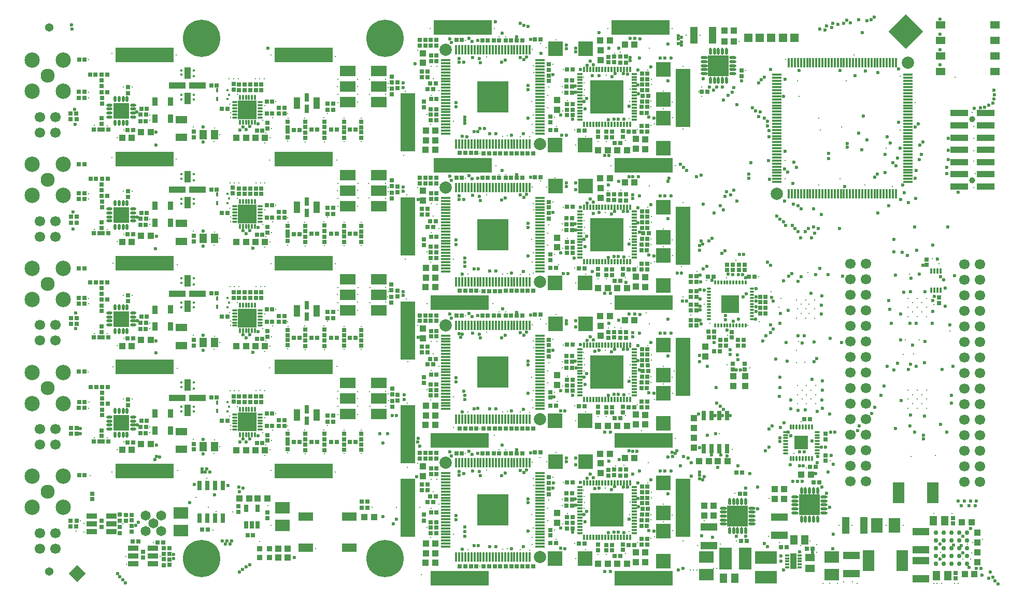
<source format=gts>
G04 Layer_Color=8388736*
%FSLAX25Y25*%
%MOIN*%
G70*
G01*
G75*
%ADD106C,0.02362*%
%ADD134R,0.09646X0.09252*%
%ADD135R,0.03937X0.04331*%
%ADD136R,0.01575X0.06299*%
%ADD137O,0.01575X0.03740*%
%ADD138R,0.02835X0.02677*%
%ADD139R,0.02835X0.02835*%
%ADD140R,0.06299X0.01575*%
%ADD141C,0.07874*%
%ADD142R,0.20079X0.20079*%
%ADD143R,0.02677X0.02835*%
%ADD144R,0.04331X0.03937*%
%ADD145R,0.04331X0.04134*%
%ADD146R,0.04134X0.04331*%
%ADD147O,0.03740X0.01575*%
%ADD148R,0.21457X0.21457*%
%ADD149R,0.02835X0.02835*%
%ADD150R,0.04331X0.04134*%
%ADD151R,0.04134X0.04331*%
%ADD152O,0.03150X0.01181*%
%ADD153O,0.01181X0.03150*%
%ADD154R,0.11417X0.11417*%
%ADD155R,0.01772X0.02756*%
%ADD156R,0.05394X0.05394*%
%ADD157R,0.09449X0.37402*%
%ADD158R,0.09252X0.09646*%
%ADD159R,0.09370X0.05394*%
%ADD160R,0.03071X0.02638*%
%ADD161R,0.10394X0.06890*%
%ADD162R,0.08268X0.14173*%
%ADD163R,0.14173X0.08268*%
%ADD164R,0.07677X0.13780*%
%ADD165R,0.03386X0.05394*%
%ADD166R,0.04409X0.07598*%
%ADD167R,0.07598X0.04409*%
%ADD168R,0.12008X0.12008*%
%ADD169O,0.01575X0.03150*%
%ADD170O,0.03150X0.01575*%
%ADD171R,0.02795X0.05295*%
%ADD172R,0.04488X0.07480*%
%ADD173R,0.11024X0.04921*%
%ADD174R,0.07480X0.09252*%
%ADD175R,0.04528X0.05906*%
%ADD176R,0.04331X0.04331*%
%ADD177R,0.04921X0.06102*%
%ADD178P,0.22271X4X90.0*%
%ADD179P,0.11136X4X360.0*%
%ADD180R,0.37402X0.09449*%
%ADD181R,0.06890X0.03386*%
%ADD182R,0.11221X0.04331*%
%ADD183R,0.06299X0.04724*%
%ADD184R,0.04921X0.11024*%
%ADD185R,0.05906X0.04528*%
%ADD186O,0.01772X0.04528*%
%ADD187O,0.04528X0.01772*%
%ADD188R,0.13189X0.13189*%
%ADD189R,0.02756X0.06496*%
%ADD190R,0.13189X0.13189*%
%ADD191R,0.02559X0.04724*%
%ADD192R,0.04095X0.10236*%
%ADD193R,0.03150X0.01575*%
%ADD194R,0.10433X0.10433*%
%ADD195O,0.01969X0.03937*%
%ADD196O,0.03937X0.01969*%
%ADD197R,0.03543X0.03543*%
%ADD198R,0.07480X0.04921*%
%ADD199O,0.01181X0.03543*%
%ADD200O,0.03543X0.01181*%
%ADD201R,0.08858X0.08858*%
%ADD202R,0.01575X0.06299*%
%ADD203R,0.06299X0.01575*%
%ADD204C,0.02992*%
%ADD205R,0.09252X0.07480*%
%ADD206R,0.01575X0.03740*%
%ADD207C,0.09055*%
%ADD208C,0.09843*%
%ADD209C,0.05394*%
%ADD210C,0.24016*%
%ADD211C,0.06693*%
%ADD212C,0.06496*%
%ADD213C,0.03937*%
%ADD214C,0.01181*%
%ADD215C,0.01575*%
D106*
X393498Y239896D02*
D03*
X483819Y107741D02*
D03*
X289752Y38455D02*
D03*
X483819Y105272D02*
D03*
X287152Y38455D02*
D03*
X515315Y290561D02*
D03*
X496364Y98632D02*
D03*
X289670Y304494D02*
D03*
X515315Y287260D02*
D03*
X499567Y98633D02*
D03*
X287052Y304655D02*
D03*
X498833Y89774D02*
D03*
X496364D02*
D03*
X589215Y209172D02*
D03*
X490744Y109051D02*
D03*
X587165Y211221D02*
D03*
X489250Y111435D02*
D03*
X576339Y106991D02*
D03*
Y109459D02*
D03*
X460184Y198264D02*
D03*
X474648Y99304D02*
D03*
X287152Y216355D02*
D03*
X462153Y200232D02*
D03*
X476929Y101585D02*
D03*
X289752Y216355D02*
D03*
X478897Y115365D02*
D03*
X476929Y113396D02*
D03*
X281299Y313976D02*
D03*
Y312008D02*
D03*
Y44291D02*
D03*
Y47244D02*
D03*
X280512Y137795D02*
D03*
X281299Y132206D02*
D03*
X393701Y364173D02*
D03*
X392717Y275590D02*
D03*
X393701Y187008D02*
D03*
X371062Y21654D02*
D03*
X375000Y21654D02*
D03*
Y111221D02*
D03*
X371063D02*
D03*
X389064Y175197D02*
D03*
X352362Y94488D02*
D03*
Y64183D02*
D03*
X346457Y94488D02*
D03*
Y183071D02*
D03*
X352362D02*
D03*
X352722Y152766D02*
D03*
X352598Y355979D02*
D03*
X352362Y358268D02*
D03*
Y329931D02*
D03*
X346457Y302165D02*
D03*
X321949Y331693D02*
D03*
Y65945D02*
D03*
Y154528D02*
D03*
X278543Y172244D02*
D03*
X279528Y174213D02*
D03*
X345472Y125000D02*
D03*
X280512Y84646D02*
D03*
X277559Y83661D02*
D03*
X345472Y36417D02*
D03*
X350354Y47047D02*
D03*
X350394Y134843D02*
D03*
X350354Y312795D02*
D03*
X380034Y358309D02*
D03*
X343503Y302165D02*
D03*
X374016Y289370D02*
D03*
X371063D02*
D03*
X282480Y301181D02*
D03*
X280512Y349410D02*
D03*
X277559D02*
D03*
X346457Y360236D02*
D03*
X387533Y352362D02*
D03*
X387552Y350255D02*
D03*
X479479Y195480D02*
D03*
X275394Y54931D02*
D03*
X478398Y198031D02*
D03*
X275394Y57687D02*
D03*
X457874Y225596D02*
D03*
X275394Y146270D02*
D03*
X460630Y225596D02*
D03*
X275394Y143514D02*
D03*
Y323435D02*
D03*
X440098Y236096D02*
D03*
X275394Y320679D02*
D03*
X438150Y234147D02*
D03*
X351378Y223425D02*
D03*
X321850Y243110D02*
D03*
X347441Y213166D02*
D03*
X346457Y271654D02*
D03*
X412402Y274606D02*
D03*
X352362Y241349D02*
D03*
Y271654D02*
D03*
X389283Y263965D02*
D03*
X280512Y260827D02*
D03*
X277559D02*
D03*
X385925Y253180D02*
D03*
X384842Y207677D02*
D03*
X434598Y216296D02*
D03*
X275394Y232097D02*
D03*
X436698Y218096D02*
D03*
X275394Y234853D02*
D03*
X281299Y218110D02*
D03*
Y220789D02*
D03*
X375000Y200787D02*
D03*
X371063D02*
D03*
X456791Y157874D02*
D03*
X71300Y53300D02*
D03*
X456429Y160951D02*
D03*
X69500Y51300D02*
D03*
X451870Y161417D02*
D03*
X93996Y29917D02*
D03*
X451870Y164173D02*
D03*
X93996Y32485D02*
D03*
X569291Y167372D02*
D03*
X567952Y201555D02*
D03*
X582094Y189014D02*
D03*
X475715Y37743D02*
D03*
X473976Y39578D02*
D03*
X383169Y253248D02*
D03*
X448819Y183698D02*
D03*
X379788Y47004D02*
D03*
X448998Y186274D02*
D03*
X377220Y47004D02*
D03*
X383169Y76083D02*
D03*
X385855Y76015D02*
D03*
X423776Y195496D02*
D03*
X421021D02*
D03*
X377220Y135587D02*
D03*
X379788D02*
D03*
X385855Y164598D02*
D03*
X383169Y164665D02*
D03*
X385855Y341763D02*
D03*
X383169Y341831D02*
D03*
X420576Y213596D02*
D03*
X379788Y224169D02*
D03*
X417821Y213596D02*
D03*
X377220Y224169D02*
D03*
X387352Y364755D02*
D03*
X390452D02*
D03*
X390652Y187255D02*
D03*
X386952Y187355D02*
D03*
X414752Y95555D02*
D03*
X287152Y126455D02*
D03*
X289652Y126555D02*
D03*
X440098Y208896D02*
D03*
X432677Y212383D02*
D03*
X507552Y158755D02*
D03*
X389024Y84398D02*
D03*
X277559Y86024D02*
D03*
X389283Y172755D02*
D03*
X373698Y181213D02*
D03*
X277559Y174606D02*
D03*
X389024Y261563D02*
D03*
X373652Y270455D02*
D03*
X277559Y263189D02*
D03*
Y351772D02*
D03*
X392874Y328855D02*
D03*
Y63255D02*
D03*
X393498Y151313D02*
D03*
X380448Y93545D02*
D03*
X373698Y92631D02*
D03*
X380235Y183313D02*
D03*
X380033Y272679D02*
D03*
X281299Y310081D02*
D03*
Y50187D02*
D03*
Y134884D02*
D03*
X338474Y134065D02*
D03*
X281299Y223467D02*
D03*
X344576Y213166D02*
D03*
X363302Y214608D02*
D03*
X463695Y274648D02*
D03*
X430231Y275632D02*
D03*
X463695Y277328D02*
D03*
X433184Y276616D02*
D03*
X510939Y198861D02*
D03*
X514877Y212640D02*
D03*
X507002Y212640D02*
D03*
X497536Y211320D02*
D03*
X495472Y208422D02*
D03*
X491634Y213287D02*
D03*
X489370Y211713D02*
D03*
X509636Y216577D02*
D03*
X503859Y200780D02*
D03*
X497160Y236262D02*
D03*
X504050D02*
D03*
X506018Y239215D02*
D03*
X500113Y240199D02*
D03*
X502081Y242167D02*
D03*
X420388Y360278D02*
D03*
Y365199D02*
D03*
Y362246D02*
D03*
X418420Y361262D02*
D03*
Y364215D02*
D03*
X418452Y366455D02*
D03*
X492239Y79766D02*
D03*
X498144D02*
D03*
X495191D02*
D03*
X386924Y275632D02*
D03*
X251097Y107325D02*
D03*
X510940Y131931D02*
D03*
X461727Y210671D02*
D03*
X586727Y377010D02*
D03*
Y367167D02*
D03*
Y357325D02*
D03*
Y347482D02*
D03*
X154640Y358309D02*
D03*
X595585Y38700D02*
D03*
X609365Y64018D02*
D03*
X605428D02*
D03*
X600506D02*
D03*
X598538Y66971D02*
D03*
X602475D02*
D03*
X606412D02*
D03*
X610349D02*
D03*
X443814Y88624D02*
D03*
X514877Y85671D02*
D03*
X391845Y99060D02*
D03*
X386924Y99451D02*
D03*
X417436D02*
D03*
X414483Y98467D02*
D03*
X252081Y102404D02*
D03*
X228459Y104372D02*
D03*
X231412Y110278D02*
D03*
X416451Y97482D02*
D03*
X393498Y86231D02*
D03*
X392498Y78531D02*
D03*
X250745Y105005D02*
D03*
X321898Y47631D02*
D03*
X389283Y99060D02*
D03*
Y275632D02*
D03*
X249129Y348467D02*
D03*
X251097Y260868D02*
D03*
Y172286D02*
D03*
X250113Y82719D02*
D03*
X443025Y129963D02*
D03*
X445433Y127860D02*
D03*
X447362Y125978D02*
D03*
X237317Y122089D02*
D03*
X237317Y55160D02*
D03*
X235349Y52207D02*
D03*
X234365Y122089D02*
D03*
X431535Y123073D02*
D03*
X451884Y122089D02*
D03*
X446963D02*
D03*
X442042D02*
D03*
X456806Y89608D02*
D03*
X449916Y95950D02*
D03*
X439862Y96498D02*
D03*
X445979Y96614D02*
D03*
X432199Y101339D02*
D03*
X437121Y153585D02*
D03*
Y109293D02*
D03*
X138525Y75351D02*
D03*
X136143Y72876D02*
D03*
X135940Y75829D02*
D03*
X461727Y44333D02*
D03*
X402687Y47594D02*
D03*
X421373Y23663D02*
D03*
X171373Y30553D02*
D03*
X131018Y41380D02*
D03*
X128066D02*
D03*
X125113D02*
D03*
X130034Y39412D02*
D03*
X127081D02*
D03*
X418420Y22679D02*
D03*
X81806Y93545D02*
D03*
X84758Y95196D02*
D03*
X114286Y85671D02*
D03*
X117239D02*
D03*
X112318D02*
D03*
X115270Y87640D02*
D03*
X112318D02*
D03*
X104331Y66099D02*
D03*
X107283Y77797D02*
D03*
X128937Y76813D02*
D03*
X120192Y70908D02*
D03*
X241681Y336058D02*
D03*
X241680Y333116D02*
D03*
X241681Y269129D02*
D03*
X241680Y266187D02*
D03*
Y201723D02*
D03*
Y199154D02*
D03*
X242074Y135272D02*
D03*
X242074Y132329D02*
D03*
X338137Y78579D02*
D03*
X305066Y102988D02*
D03*
Y367949D02*
D03*
Y279760D02*
D03*
X305460Y190783D02*
D03*
X562546Y227004D02*
D03*
X511220Y138386D02*
D03*
X511220Y126575D02*
D03*
X483661Y134449D02*
D03*
X511220Y144291D02*
D03*
X546654Y277248D02*
D03*
X544685Y275197D02*
D03*
X551575Y278150D02*
D03*
Y289961D02*
D03*
X492812Y285039D02*
D03*
X462008Y75394D02*
D03*
X459055Y337205D02*
D03*
X441339Y331299D02*
D03*
X438386Y333268D02*
D03*
X434449Y338484D02*
D03*
X443307Y333268D02*
D03*
X445433Y257097D02*
D03*
X446850Y333268D02*
D03*
X534449Y303554D02*
D03*
X536417Y292913D02*
D03*
X570866Y307677D02*
D03*
X492126Y271260D02*
D03*
X496063Y344094D02*
D03*
X486221Y327362D02*
D03*
X487205Y291929D02*
D03*
X477112Y273963D02*
D03*
X476378Y286023D02*
D03*
X574803Y289961D02*
D03*
X565945Y225000D02*
D03*
X562992Y270276D02*
D03*
X563976Y265354D02*
D03*
X525591Y269291D02*
D03*
X435098Y202496D02*
D03*
X432953Y208110D02*
D03*
X393498Y351979D02*
D03*
X377698Y342096D02*
D03*
X375898Y340096D02*
D03*
X406791Y351979D02*
D03*
X375492Y251476D02*
D03*
X377559Y253346D02*
D03*
X363898Y251996D02*
D03*
X311067Y302165D02*
D03*
X318996Y303248D02*
D03*
X402687Y224734D02*
D03*
X367646Y252590D02*
D03*
X359449Y237402D02*
D03*
X304946Y260563D02*
D03*
X316929Y263878D02*
D03*
X319094Y262303D02*
D03*
X355413Y256102D02*
D03*
X359803Y258799D02*
D03*
X361811Y261319D02*
D03*
X357803Y235365D02*
D03*
X307185Y262106D02*
D03*
X320990Y264205D02*
D03*
X301181Y214862D02*
D03*
X297244Y214862D02*
D03*
X279528Y212992D02*
D03*
X271381Y275819D02*
D03*
X272562Y273260D02*
D03*
X291339Y260433D02*
D03*
X285827Y274213D02*
D03*
X283858Y276181D02*
D03*
X337992Y252559D02*
D03*
X112992Y297933D02*
D03*
X112894Y240650D02*
D03*
Y173721D02*
D03*
Y106791D02*
D03*
X144882Y162598D02*
D03*
Y229528D02*
D03*
X453543Y212598D02*
D03*
X450551Y212992D02*
D03*
X457085Y212597D02*
D03*
X459842Y212598D02*
D03*
X468503Y188975D02*
D03*
X468504Y191831D02*
D03*
Y195768D02*
D03*
Y198425D02*
D03*
X433071Y180866D02*
D03*
X432557Y183465D02*
D03*
X432681Y192429D02*
D03*
X432677Y189862D02*
D03*
X148228Y175885D02*
D03*
X112992Y164075D02*
D03*
X148228Y108956D02*
D03*
X112992Y97146D02*
D03*
X148228Y242814D02*
D03*
X112992Y231004D02*
D03*
X148228Y309743D02*
D03*
X136417Y305709D02*
D03*
X112894Y307579D02*
D03*
X28456Y370706D02*
D03*
X28161Y373363D02*
D03*
X82579Y304429D02*
D03*
X82776Y237205D02*
D03*
X82579Y170079D02*
D03*
X82776Y102953D02*
D03*
X70289Y317258D02*
D03*
X70404Y249746D02*
D03*
X61036Y16259D02*
D03*
X70404Y182817D02*
D03*
X59264Y18228D02*
D03*
X62795Y14272D02*
D03*
X70404Y115888D02*
D03*
X57776Y20374D02*
D03*
X624206Y13678D02*
D03*
X290476Y263023D02*
D03*
X286024Y263583D02*
D03*
X392598Y245955D02*
D03*
X358598Y230696D02*
D03*
X406791Y263396D02*
D03*
X386998Y232396D02*
D03*
X393498Y263396D02*
D03*
X383498Y223896D02*
D03*
X373583Y223680D02*
D03*
X399598Y225296D02*
D03*
X289498Y274796D02*
D03*
X314498Y276996D02*
D03*
X342698Y226696D02*
D03*
X346598Y269396D02*
D03*
X411998Y248796D02*
D03*
X413898Y263396D02*
D03*
X409898D02*
D03*
X411998Y272496D02*
D03*
X363779Y259154D02*
D03*
X321898Y224796D02*
D03*
X321949Y245596D02*
D03*
X352298Y245396D02*
D03*
X352598Y267396D02*
D03*
X392498Y255696D02*
D03*
X400798Y257716D02*
D03*
X337992Y341142D02*
D03*
X359449Y325984D02*
D03*
X357803Y323947D02*
D03*
X358598Y319279D02*
D03*
X386998Y320979D02*
D03*
X373583Y312263D02*
D03*
X383498Y312479D02*
D03*
X402687Y313317D02*
D03*
X392598Y334538D02*
D03*
X392498Y344279D02*
D03*
X413898Y351979D02*
D03*
X409898D02*
D03*
X307185Y350689D02*
D03*
X285827Y362795D02*
D03*
X363779Y347736D02*
D03*
X290476Y351606D02*
D03*
X361811Y349902D02*
D03*
X271381Y364402D02*
D03*
X291339Y349016D02*
D03*
X359803Y347382D02*
D03*
X286024Y352165D02*
D03*
X272562Y361843D02*
D03*
X355413Y344685D02*
D03*
X400798Y346299D02*
D03*
X279528Y301575D02*
D03*
X283858Y364764D02*
D03*
X321898Y313379D02*
D03*
X321949Y334179D02*
D03*
X352298Y333979D02*
D03*
X304946Y349145D02*
D03*
X316929Y352461D02*
D03*
X319094Y350886D02*
D03*
X320990Y352787D02*
D03*
X301181Y303445D02*
D03*
X297244Y303445D02*
D03*
X289498Y363379D02*
D03*
X314498Y365579D02*
D03*
X399598Y313879D02*
D03*
X342698Y315279D02*
D03*
X346598Y357979D02*
D03*
X373698Y358379D02*
D03*
X411998Y337379D02*
D03*
Y361079D02*
D03*
X323524Y363878D02*
D03*
X337992Y163976D02*
D03*
X359449Y148819D02*
D03*
X393498Y174813D02*
D03*
X406791D02*
D03*
X357803Y146782D02*
D03*
X358598Y142113D02*
D03*
X386998Y143813D02*
D03*
X373583Y135098D02*
D03*
X383498Y135313D02*
D03*
X402687Y136152D02*
D03*
X392598Y157372D02*
D03*
X392498Y167113D02*
D03*
X377559Y164764D02*
D03*
X413898Y174813D02*
D03*
X375492Y162894D02*
D03*
X409898Y174813D02*
D03*
X367646Y164007D02*
D03*
X307185Y173524D02*
D03*
X364862Y163386D02*
D03*
X285827Y185630D02*
D03*
X363779Y170571D02*
D03*
X290476Y174441D02*
D03*
X361811Y172736D02*
D03*
X271381Y187237D02*
D03*
X291339Y171850D02*
D03*
X359803Y170217D02*
D03*
X286024Y175000D02*
D03*
X272562Y184678D02*
D03*
X355413Y167520D02*
D03*
X400798Y169134D02*
D03*
X279528Y124409D02*
D03*
X283858Y187598D02*
D03*
X321949Y157013D02*
D03*
X352298Y156813D02*
D03*
X304946Y171980D02*
D03*
X316929Y175295D02*
D03*
X319094Y173721D02*
D03*
X320990Y175622D02*
D03*
X301181Y126279D02*
D03*
X297244Y126279D02*
D03*
X352598Y178813D02*
D03*
X289498Y186213D02*
D03*
X314498Y188413D02*
D03*
X399598Y136713D02*
D03*
X342798Y125113D02*
D03*
X342698Y138113D02*
D03*
X346598Y180813D02*
D03*
X411998Y160213D02*
D03*
Y183913D02*
D03*
X337992Y75394D02*
D03*
X359449Y60236D02*
D03*
X406791Y86231D02*
D03*
X357803Y58199D02*
D03*
X358598Y53531D02*
D03*
X386998Y55231D02*
D03*
X373583Y46515D02*
D03*
X383498Y46731D02*
D03*
X392598Y68790D02*
D03*
X377559Y76181D02*
D03*
X413898Y86231D02*
D03*
X375492Y74311D02*
D03*
X409898Y86231D02*
D03*
X367646Y75424D02*
D03*
X307185Y84941D02*
D03*
X364862Y74803D02*
D03*
X285827Y97047D02*
D03*
X363779Y81988D02*
D03*
X290476Y85858D02*
D03*
X361811Y84153D02*
D03*
X271381Y98654D02*
D03*
X291339Y83268D02*
D03*
X359803Y81634D02*
D03*
X286024Y86417D02*
D03*
X272562Y96095D02*
D03*
X355413Y78937D02*
D03*
X400798Y80551D02*
D03*
X279528Y35827D02*
D03*
X283858Y99016D02*
D03*
X318996Y37500D02*
D03*
X321949Y68431D02*
D03*
X352298Y68231D02*
D03*
X304946Y83397D02*
D03*
X316929Y86713D02*
D03*
X319094Y85138D02*
D03*
X320990Y87039D02*
D03*
X311122Y36417D02*
D03*
X301181Y37697D02*
D03*
X297244Y37697D02*
D03*
X352598Y90231D02*
D03*
X289498Y97631D02*
D03*
X314498Y99831D02*
D03*
X399598Y48131D02*
D03*
X342798Y36531D02*
D03*
X342698Y49531D02*
D03*
X346598Y92231D02*
D03*
X411998Y71631D02*
D03*
Y95331D02*
D03*
X318996Y214665D02*
D03*
X311067Y213583D02*
D03*
X316998Y374396D02*
D03*
X319298Y372896D02*
D03*
X321898Y372396D02*
D03*
X330098Y355096D02*
D03*
X367429Y340480D02*
D03*
X363198Y340796D02*
D03*
X622284Y15472D02*
D03*
X136298Y21196D02*
D03*
X136417Y104921D02*
D03*
X138198Y22996D02*
D03*
X138386Y106988D02*
D03*
Y173917D02*
D03*
Y240846D02*
D03*
Y307776D02*
D03*
X140354Y24540D02*
D03*
Y105020D02*
D03*
Y171949D02*
D03*
Y238878D02*
D03*
Y305807D02*
D03*
X142733Y25961D02*
D03*
Y107015D02*
D03*
Y173944D02*
D03*
Y240873D02*
D03*
Y307803D02*
D03*
X620906Y17834D02*
D03*
X311067Y125000D02*
D03*
X318996Y126083D02*
D03*
X321898Y136213D02*
D03*
X300998Y375396D02*
D03*
X82598Y295996D02*
D03*
X82298Y229396D02*
D03*
X82398Y162396D02*
D03*
X82698Y95496D02*
D03*
X448597Y228095D02*
D03*
X377220Y312752D02*
D03*
X379788D02*
D03*
X446648Y226146D02*
D03*
X468598Y203596D02*
D03*
X449798Y177096D02*
D03*
X453937Y182557D02*
D03*
X457198Y183896D02*
D03*
X458398Y151296D02*
D03*
X455798D02*
D03*
X468298Y184096D02*
D03*
X621598Y331296D02*
D03*
X621798Y328396D02*
D03*
X621498Y325696D02*
D03*
X620698Y322896D02*
D03*
X618198Y321696D02*
D03*
X615498Y320396D02*
D03*
X612698Y320096D02*
D03*
X608898Y319596D02*
D03*
X544498Y378396D02*
D03*
X542598Y376596D02*
D03*
X539798Y375896D02*
D03*
X526798Y376396D02*
D03*
X534498Y376596D02*
D03*
X529198Y374596D02*
D03*
X524698Y374396D02*
D03*
X521098Y373596D02*
D03*
X517998Y374196D02*
D03*
X517198Y371496D02*
D03*
X513898Y372696D02*
D03*
X512998Y369896D02*
D03*
X509398Y370596D02*
D03*
X367398Y368396D02*
D03*
X536998D02*
D03*
X472992Y170096D02*
D03*
X454291Y266939D02*
D03*
X452323Y263987D02*
D03*
X449370Y265955D02*
D03*
X448386Y263002D02*
D03*
X477913Y218711D02*
D03*
X475945Y220679D02*
D03*
X477913Y180325D02*
D03*
X421811Y95679D02*
D03*
Y281703D02*
D03*
X424764Y94696D02*
D03*
X423779Y279735D02*
D03*
X426732Y91743D02*
D03*
X419842Y89796D02*
D03*
Y283672D02*
D03*
X426732Y82885D02*
D03*
X447401Y254144D02*
D03*
X433622Y44498D02*
D03*
X434606Y258081D02*
D03*
X456260Y259896D02*
D03*
X440512Y43514D02*
D03*
X441496Y252176D02*
D03*
X484203Y187598D02*
D03*
X510394Y187215D02*
D03*
X483819Y146643D02*
D03*
Y139971D02*
D03*
X490709Y132097D02*
D03*
Y126191D02*
D03*
X495630Y125207D02*
D03*
X504488Y145283D02*
D03*
X510394Y101585D02*
D03*
X513346D02*
D03*
X483819Y181309D02*
D03*
X479666Y177758D02*
D03*
X474961Y173435D02*
D03*
X477913Y175404D02*
D03*
X432531Y202857D02*
D03*
X432638Y197057D02*
D03*
X527126Y297080D02*
D03*
Y294512D02*
D03*
X290998Y306796D02*
D03*
X519252Y111428D02*
D03*
X293698Y306796D02*
D03*
X516649Y111428D02*
D03*
X518268Y90758D02*
D03*
X582244Y231506D02*
D03*
X585197Y222648D02*
D03*
X553701Y196073D02*
D03*
X555669Y181309D02*
D03*
X567480D02*
D03*
X571417D02*
D03*
X563543Y201386D02*
D03*
X582142Y196073D02*
D03*
X590118Y192136D02*
D03*
X573386Y212806D02*
D03*
X596024Y211821D02*
D03*
X542874Y123239D02*
D03*
X544842Y127176D02*
D03*
X548779Y135050D02*
D03*
X550748Y140955D02*
D03*
X552716Y153750D02*
D03*
X588150Y151782D02*
D03*
X559606Y155719D02*
D03*
X595039Y153750D02*
D03*
X570433Y111428D02*
D03*
X591102D02*
D03*
X594055Y130128D02*
D03*
X587165Y116349D02*
D03*
X594055Y135050D02*
D03*
X571417Y153750D02*
D03*
X566496Y151782D02*
D03*
X535000Y115365D02*
D03*
X534016Y112412D02*
D03*
X450354Y327963D02*
D03*
X454291Y332884D02*
D03*
X453307Y329931D02*
D03*
X447402Y325010D02*
D03*
X476929Y301388D02*
D03*
Y305325D02*
D03*
X475945Y308278D02*
D03*
Y311231D02*
D03*
X471024Y317136D02*
D03*
X473976Y313199D02*
D03*
X470039Y314183D02*
D03*
X468071Y318121D02*
D03*
X466102Y320089D02*
D03*
X456260Y322058D02*
D03*
X470039Y335837D02*
D03*
X472008Y337806D02*
D03*
X538937Y343711D02*
D03*
X473976Y339774D02*
D03*
X546811Y342727D02*
D03*
X477913Y344695D02*
D03*
X465118Y284656D02*
D03*
X494646Y281703D02*
D03*
X481850Y250207D02*
D03*
X483819Y248239D02*
D03*
X505473Y255128D02*
D03*
X486036Y246520D02*
D03*
X488740Y278750D02*
D03*
X486771Y280719D02*
D03*
X491693Y244302D02*
D03*
X493661Y242333D02*
D03*
X495630Y240365D02*
D03*
X522205Y242333D02*
D03*
X510393Y251191D02*
D03*
X505473Y243317D02*
D03*
X508425Y242333D02*
D03*
X539921Y299420D02*
D03*
X592087Y300404D02*
D03*
X591102Y281703D02*
D03*
X592087Y286624D02*
D03*
Y292530D02*
D03*
X532047Y340758D02*
D03*
X546811Y252176D02*
D03*
X553701Y257097D02*
D03*
X561575Y261034D02*
D03*
X552716Y301388D02*
D03*
X554685Y297451D02*
D03*
X556653Y284656D02*
D03*
X558622Y282687D02*
D03*
X559606Y287609D02*
D03*
X566496Y259065D02*
D03*
X492677Y258081D02*
D03*
X497598Y255128D02*
D03*
X495630Y257097D02*
D03*
X486772Y260050D02*
D03*
X571417Y279735D02*
D03*
X573386Y286624D02*
D03*
X581928Y181307D02*
D03*
X593071Y180325D02*
D03*
X577323Y169498D02*
D03*
X561575Y170483D02*
D03*
Y187215D02*
D03*
X487594Y244294D02*
D03*
X486024Y208760D02*
D03*
X516142Y171555D02*
D03*
X487697Y168996D02*
D03*
X489217Y189665D02*
D03*
X499567Y173435D02*
D03*
X495630D02*
D03*
X498323Y168503D02*
D03*
X505807Y169390D02*
D03*
X523355Y169024D02*
D03*
X524114Y211516D02*
D03*
X510394Y193121D02*
D03*
X488681Y156890D02*
D03*
X505709Y156595D02*
D03*
X481201Y158169D02*
D03*
X484154Y114173D02*
D03*
X486614Y117323D02*
D03*
X500292Y125489D02*
D03*
X507874Y124774D02*
D03*
X504419Y105522D02*
D03*
X516732Y96457D02*
D03*
X506791Y84547D02*
D03*
X490650Y90453D02*
D03*
X575837Y218701D02*
D03*
X571850Y228248D02*
D03*
X590059Y203937D02*
D03*
X591929Y243406D02*
D03*
X570669D02*
D03*
X568110Y210335D02*
D03*
X558169Y212303D02*
D03*
X577165Y201772D02*
D03*
X583286Y198561D02*
D03*
X554626Y190453D02*
D03*
X557087Y151181D02*
D03*
X576772Y156102D02*
D03*
X562008Y131496D02*
D03*
X558071Y113779D02*
D03*
X567480Y115365D02*
D03*
X576771Y121654D02*
D03*
X567913Y155118D02*
D03*
Y122252D02*
D03*
X537402Y314567D02*
D03*
X561024Y293898D02*
D03*
X560039Y310630D02*
D03*
Y345079D02*
D03*
X522638Y344094D02*
D03*
X487205Y338189D02*
D03*
X441570Y168820D02*
D03*
X442928Y139982D02*
D03*
X432199Y160475D02*
D03*
Y156537D02*
D03*
Y85671D02*
D03*
X432283Y83502D02*
D03*
Y81343D02*
D03*
X557199Y235278D02*
D03*
Y227404D02*
D03*
X433184Y234293D02*
D03*
X432199Y231341D02*
D03*
Y228388D02*
D03*
X434168Y232325D02*
D03*
Y80750D02*
D03*
X435152Y82719D02*
D03*
X464680Y84687D02*
D03*
X469600Y62050D02*
D03*
X510940Y75829D02*
D03*
X513743Y71925D02*
D03*
X515861Y63034D02*
D03*
X469601Y75829D02*
D03*
X507987Y91577D02*
D03*
X508032Y95679D02*
D03*
X515861Y123073D02*
D03*
X601491Y44333D02*
D03*
Y33506D02*
D03*
X586727Y39296D02*
D03*
Y29569D02*
D03*
X600506Y38427D02*
D03*
X606411Y49255D02*
D03*
X605428Y24321D02*
D03*
X610349Y23663D02*
D03*
X619140Y21251D02*
D03*
X618150Y17342D02*
D03*
X613301Y23664D02*
D03*
X613981Y19385D02*
D03*
X518043Y45475D02*
D03*
X455821Y44333D02*
D03*
X442362Y110278D02*
D03*
X226491D02*
D03*
X228459Y57128D02*
D03*
X486024Y22679D02*
D03*
X484365Y28150D02*
D03*
Y31538D02*
D03*
X517828Y36459D02*
D03*
X496654Y34252D02*
D03*
X504837Y33858D02*
D03*
X598538Y265790D02*
D03*
X591102Y277766D02*
D03*
X571260Y261499D02*
D03*
X570979Y274648D02*
D03*
X573932Y295866D02*
D03*
X575900Y297835D02*
D03*
X572947Y309646D02*
D03*
X33700Y113800D02*
D03*
X33900Y110300D02*
D03*
X31000Y187900D02*
D03*
X30900Y178000D02*
D03*
X29100Y252900D02*
D03*
Y242000D02*
D03*
X30100Y318900D02*
D03*
X30600Y309300D02*
D03*
X323524Y275295D02*
D03*
Y186713D02*
D03*
Y98130D02*
D03*
D134*
X358444Y30131D02*
D03*
X339153D02*
D03*
X358444Y118713D02*
D03*
X339153D02*
D03*
X358444Y295879D02*
D03*
X339153D02*
D03*
X339646Y358071D02*
D03*
X358937D02*
D03*
X339646Y269488D02*
D03*
X358937D02*
D03*
X339646Y180905D02*
D03*
X358937D02*
D03*
X339646Y92323D02*
D03*
X358937D02*
D03*
X358444Y295879D02*
D03*
X339153D02*
D03*
X358444Y207296D02*
D03*
X339153D02*
D03*
X358444Y118713D02*
D03*
X339153D02*
D03*
X358444Y30131D02*
D03*
X339153D02*
D03*
D135*
X105905Y133465D02*
D03*
X99606D02*
D03*
X105905Y200394D02*
D03*
X99606D02*
D03*
X105905Y267323D02*
D03*
X99606D02*
D03*
X105905Y334252D02*
D03*
X99606D02*
D03*
X255807Y204527D02*
D03*
X262106D02*
D03*
X255807Y27362D02*
D03*
X262106D02*
D03*
X255807Y115945D02*
D03*
X262106D02*
D03*
X255807Y293110D02*
D03*
X262106D02*
D03*
X602716Y19892D02*
D03*
X609016D02*
D03*
X607047Y53357D02*
D03*
X600748D02*
D03*
X167342Y30532D02*
D03*
X161043D02*
D03*
X450113Y92561D02*
D03*
X443814D02*
D03*
X432002D02*
D03*
X438302D02*
D03*
X448032Y369685D02*
D03*
X454331D02*
D03*
X448032Y362795D02*
D03*
X454331D02*
D03*
X136143Y68701D02*
D03*
X142442D02*
D03*
X147953D02*
D03*
X154253D02*
D03*
X167342Y36438D02*
D03*
X161043D02*
D03*
D136*
X287402Y30916D02*
D03*
X289370D02*
D03*
X287402Y208081D02*
D03*
X289370D02*
D03*
X287402Y119498D02*
D03*
X289370D02*
D03*
X291339Y296664D02*
D03*
X293307D02*
D03*
X287402D02*
D03*
X289370D02*
D03*
X275590Y357294D02*
D03*
X277559D02*
D03*
X279528D02*
D03*
X281496D02*
D03*
X283465D02*
D03*
X285433D02*
D03*
X287402D02*
D03*
X289370D02*
D03*
X291339D02*
D03*
X293307D02*
D03*
X295276D02*
D03*
X297244D02*
D03*
X299213D02*
D03*
X301181D02*
D03*
X303150D02*
D03*
X305118D02*
D03*
X307087D02*
D03*
X309055D02*
D03*
X311024D02*
D03*
X312992D02*
D03*
X314961D02*
D03*
X316929D02*
D03*
X318898D02*
D03*
X320866D02*
D03*
X322835D02*
D03*
Y296664D02*
D03*
X320866D02*
D03*
X318898D02*
D03*
X316929D02*
D03*
X314961D02*
D03*
X312992D02*
D03*
X311024D02*
D03*
X309055D02*
D03*
X307087D02*
D03*
X305118D02*
D03*
X303150D02*
D03*
X301181D02*
D03*
X299213D02*
D03*
X297244D02*
D03*
X295276D02*
D03*
X285433D02*
D03*
X283465D02*
D03*
X281496D02*
D03*
X279528D02*
D03*
X277559D02*
D03*
X275590D02*
D03*
Y91546D02*
D03*
X277559D02*
D03*
X279528D02*
D03*
X281496D02*
D03*
X283465D02*
D03*
X285433D02*
D03*
X287402D02*
D03*
X289370D02*
D03*
X291339D02*
D03*
X293307D02*
D03*
X295276D02*
D03*
X297244D02*
D03*
X299213D02*
D03*
X301181D02*
D03*
X303150D02*
D03*
X305118D02*
D03*
X307087D02*
D03*
X309055D02*
D03*
X311024D02*
D03*
X312992D02*
D03*
X314961D02*
D03*
X316929D02*
D03*
X318898D02*
D03*
X320866D02*
D03*
X322835D02*
D03*
Y30916D02*
D03*
X320866D02*
D03*
X318898D02*
D03*
X316929D02*
D03*
X314961D02*
D03*
X312992D02*
D03*
X311024D02*
D03*
X309055D02*
D03*
X307087D02*
D03*
X305118D02*
D03*
X303150D02*
D03*
X301181D02*
D03*
X299213D02*
D03*
X297244D02*
D03*
X295276D02*
D03*
X293307D02*
D03*
X291339D02*
D03*
X285433D02*
D03*
X283465D02*
D03*
X281496D02*
D03*
X279528D02*
D03*
X277559D02*
D03*
X275590D02*
D03*
Y180128D02*
D03*
X277559D02*
D03*
X279528D02*
D03*
X281496D02*
D03*
X283465D02*
D03*
X285433D02*
D03*
X287402D02*
D03*
X289370D02*
D03*
X291339D02*
D03*
X293307D02*
D03*
X295276D02*
D03*
X297244D02*
D03*
X299213D02*
D03*
X301181D02*
D03*
X303150D02*
D03*
X305118D02*
D03*
X307087D02*
D03*
X309055D02*
D03*
X311024D02*
D03*
X312992D02*
D03*
X314961D02*
D03*
X316929D02*
D03*
X318898D02*
D03*
X320866D02*
D03*
X322835D02*
D03*
Y119498D02*
D03*
X320866D02*
D03*
X318898D02*
D03*
X316929D02*
D03*
X314961D02*
D03*
X312992D02*
D03*
X311024D02*
D03*
X309055D02*
D03*
X307087D02*
D03*
X305118D02*
D03*
X303150D02*
D03*
X301181D02*
D03*
X299213D02*
D03*
X297244D02*
D03*
X295276D02*
D03*
X293307D02*
D03*
X291339D02*
D03*
X285433D02*
D03*
X283465D02*
D03*
X281496D02*
D03*
X279528D02*
D03*
X277559D02*
D03*
X275590D02*
D03*
Y268711D02*
D03*
X277559D02*
D03*
X279528D02*
D03*
X281496D02*
D03*
X283465D02*
D03*
X285433D02*
D03*
X287402D02*
D03*
X289370D02*
D03*
X291339D02*
D03*
X293307D02*
D03*
X295276D02*
D03*
X297244D02*
D03*
X299213D02*
D03*
X301181D02*
D03*
X303150D02*
D03*
X305118D02*
D03*
X307087D02*
D03*
X309055D02*
D03*
X311024D02*
D03*
X312992D02*
D03*
X314961D02*
D03*
X316929D02*
D03*
X318898D02*
D03*
X320866D02*
D03*
X322835D02*
D03*
Y208081D02*
D03*
X320866D02*
D03*
X318898D02*
D03*
X316929D02*
D03*
X314961D02*
D03*
X312992D02*
D03*
X311024D02*
D03*
X309055D02*
D03*
X307087D02*
D03*
X305118D02*
D03*
X303150D02*
D03*
X301181D02*
D03*
X299213D02*
D03*
X297244D02*
D03*
X295276D02*
D03*
X293307D02*
D03*
X291339D02*
D03*
X285433D02*
D03*
X283465D02*
D03*
X281496D02*
D03*
X279528D02*
D03*
X277559D02*
D03*
X275590D02*
D03*
D137*
X383425Y255916D02*
D03*
X385394D02*
D03*
X383425Y78750D02*
D03*
X385394D02*
D03*
X383425Y167333D02*
D03*
X385394D02*
D03*
X377520Y220876D02*
D03*
X379488D02*
D03*
X357835Y43711D02*
D03*
X359803D02*
D03*
X361772D02*
D03*
X363740D02*
D03*
X365709D02*
D03*
X367677D02*
D03*
X369646D02*
D03*
X371614D02*
D03*
X373583D02*
D03*
X375551D02*
D03*
X377520D02*
D03*
X379488D02*
D03*
X381457D02*
D03*
X383425D02*
D03*
X385394D02*
D03*
X387362D02*
D03*
Y78750D02*
D03*
X381457D02*
D03*
X379488D02*
D03*
X377520D02*
D03*
X375551D02*
D03*
X373583D02*
D03*
X371614D02*
D03*
X369646D02*
D03*
X367677D02*
D03*
X365709D02*
D03*
X363740D02*
D03*
X361772D02*
D03*
X359803D02*
D03*
X357835D02*
D03*
Y132294D02*
D03*
X359803D02*
D03*
X361772D02*
D03*
X363740D02*
D03*
X365709D02*
D03*
X367677D02*
D03*
X369646D02*
D03*
X371614D02*
D03*
X373583D02*
D03*
X375551D02*
D03*
X377520D02*
D03*
X379488D02*
D03*
X381457D02*
D03*
X383425D02*
D03*
X385394D02*
D03*
X387362D02*
D03*
Y167333D02*
D03*
X381457D02*
D03*
X379488D02*
D03*
X377520D02*
D03*
X375551D02*
D03*
X373583D02*
D03*
X371614D02*
D03*
X369646D02*
D03*
X367677D02*
D03*
X365709D02*
D03*
X363740D02*
D03*
X361772D02*
D03*
X359803D02*
D03*
X357835D02*
D03*
X379488Y309459D02*
D03*
X377520D02*
D03*
X357835D02*
D03*
X359803D02*
D03*
X361772D02*
D03*
X363740D02*
D03*
X365709D02*
D03*
X367677D02*
D03*
X369646D02*
D03*
X371614D02*
D03*
X373583D02*
D03*
X375551D02*
D03*
X381457D02*
D03*
X383425D02*
D03*
X385394D02*
D03*
X387362D02*
D03*
Y344498D02*
D03*
X385394D02*
D03*
X383425D02*
D03*
X381457D02*
D03*
X379488D02*
D03*
X377520D02*
D03*
X375551D02*
D03*
X373583D02*
D03*
X371614D02*
D03*
X369646D02*
D03*
X367677D02*
D03*
X365709D02*
D03*
X363740D02*
D03*
X361772D02*
D03*
X359803D02*
D03*
X357835D02*
D03*
X357835Y220876D02*
D03*
X359803D02*
D03*
X361772D02*
D03*
X363740D02*
D03*
X365709D02*
D03*
X367677D02*
D03*
X369646D02*
D03*
X371614D02*
D03*
X373583D02*
D03*
X375551D02*
D03*
X381457D02*
D03*
X383425D02*
D03*
X385394D02*
D03*
X387362D02*
D03*
Y255916D02*
D03*
X381457D02*
D03*
X379488D02*
D03*
X377520D02*
D03*
X375551D02*
D03*
X373583D02*
D03*
X371614D02*
D03*
X369646D02*
D03*
X367677D02*
D03*
X365709D02*
D03*
X363740D02*
D03*
X361772D02*
D03*
X359803D02*
D03*
X357835D02*
D03*
D138*
X237795Y332500D02*
D03*
Y336201D02*
D03*
Y265571D02*
D03*
Y269272D02*
D03*
X237952Y131704D02*
D03*
Y135405D02*
D03*
X254921Y58150D02*
D03*
Y54449D02*
D03*
Y146732D02*
D03*
Y143032D02*
D03*
Y323898D02*
D03*
Y320197D02*
D03*
Y235315D02*
D03*
Y231614D02*
D03*
X237795Y198642D02*
D03*
Y202343D02*
D03*
X461024Y151693D02*
D03*
Y155394D02*
D03*
X453543Y151693D02*
D03*
Y155394D02*
D03*
X234352Y127705D02*
D03*
Y131405D02*
D03*
X233858Y194705D02*
D03*
Y198406D02*
D03*
X234052Y261704D02*
D03*
Y265405D02*
D03*
X48000Y133050D02*
D03*
Y136750D02*
D03*
X47500Y200250D02*
D03*
Y203950D02*
D03*
X47600Y266850D02*
D03*
Y270550D02*
D03*
X234152Y328605D02*
D03*
Y332305D02*
D03*
X47500Y333850D02*
D03*
Y337550D02*
D03*
X64370Y329449D02*
D03*
Y333150D02*
D03*
Y262520D02*
D03*
Y266220D02*
D03*
Y195591D02*
D03*
Y199291D02*
D03*
Y128661D02*
D03*
Y132362D02*
D03*
X513346Y106624D02*
D03*
Y110325D02*
D03*
X74173Y30650D02*
D03*
Y34350D02*
D03*
X63180Y58091D02*
D03*
Y54390D02*
D03*
X47432Y50453D02*
D03*
Y54154D02*
D03*
X234152Y269504D02*
D03*
Y273205D02*
D03*
Y336404D02*
D03*
Y340105D02*
D03*
X233858Y202579D02*
D03*
Y206279D02*
D03*
X234352Y135605D02*
D03*
Y139305D02*
D03*
D139*
X437205Y330315D02*
D03*
X433661D02*
D03*
X258937Y247047D02*
D03*
X262480D02*
D03*
X255787Y94291D02*
D03*
X252244D02*
D03*
X255787Y97835D02*
D03*
X252244D02*
D03*
X258937Y69882D02*
D03*
X262480D02*
D03*
X398583Y76181D02*
D03*
X395039D02*
D03*
X381260Y87215D02*
D03*
X384803D02*
D03*
X390059Y38780D02*
D03*
X386516D02*
D03*
X381260Y83268D02*
D03*
X384803D02*
D03*
X398583Y72638D02*
D03*
X395039D02*
D03*
X354527Y39531D02*
D03*
X358070D02*
D03*
X346927Y52831D02*
D03*
X350470D02*
D03*
X346850Y79035D02*
D03*
X350394D02*
D03*
X347008Y56496D02*
D03*
X350551D02*
D03*
X398425Y54724D02*
D03*
X394882D02*
D03*
X346827Y49431D02*
D03*
X350370D02*
D03*
X398570Y65631D02*
D03*
X395027D02*
D03*
X398583Y69095D02*
D03*
X395039D02*
D03*
X398570Y58331D02*
D03*
X395027D02*
D03*
X398327Y50984D02*
D03*
X394783D02*
D03*
X398924Y61955D02*
D03*
X395380D02*
D03*
X346614Y67913D02*
D03*
X350157D02*
D03*
X346614Y71850D02*
D03*
X350157D02*
D03*
X346614Y63976D02*
D03*
X350157D02*
D03*
X255787Y182874D02*
D03*
X252244D02*
D03*
X255787Y186417D02*
D03*
X252244D02*
D03*
X258937Y158465D02*
D03*
X262480D02*
D03*
X398583Y164764D02*
D03*
X395039D02*
D03*
X381260Y175798D02*
D03*
X384803D02*
D03*
X390059Y127362D02*
D03*
X386516D02*
D03*
X381260Y171850D02*
D03*
X384803D02*
D03*
X398583Y161221D02*
D03*
X395039D02*
D03*
X354527Y128113D02*
D03*
X358070D02*
D03*
X346927Y141413D02*
D03*
X350470D02*
D03*
X346850Y167618D02*
D03*
X350394D02*
D03*
X347008Y145079D02*
D03*
X350551D02*
D03*
X398425Y143307D02*
D03*
X394882D02*
D03*
X346827Y138013D02*
D03*
X350370D02*
D03*
X398724Y154255D02*
D03*
X395181D02*
D03*
X398583Y157677D02*
D03*
X395039D02*
D03*
X398570Y146913D02*
D03*
X395027D02*
D03*
X398327Y139567D02*
D03*
X394783D02*
D03*
X399224Y150555D02*
D03*
X395680D02*
D03*
X346614Y156496D02*
D03*
X350157D02*
D03*
X346614Y160433D02*
D03*
X350157D02*
D03*
X346614Y152559D02*
D03*
X350157D02*
D03*
X255787Y360039D02*
D03*
X252244D02*
D03*
X255787Y363583D02*
D03*
X252244D02*
D03*
X258937Y335630D02*
D03*
X262480D02*
D03*
X398583Y341929D02*
D03*
X395039D02*
D03*
X381260Y352963D02*
D03*
X384803D02*
D03*
X390059Y304528D02*
D03*
X386516D02*
D03*
X381260Y349016D02*
D03*
X384803D02*
D03*
X398583Y338386D02*
D03*
X395039D02*
D03*
X354527Y305279D02*
D03*
X358070D02*
D03*
X346927Y318579D02*
D03*
X350470D02*
D03*
X346850Y344783D02*
D03*
X350394D02*
D03*
X347008Y322244D02*
D03*
X350551D02*
D03*
X398425Y320472D02*
D03*
X394882D02*
D03*
X346827Y315179D02*
D03*
X350370D02*
D03*
X398570Y331379D02*
D03*
X395027D02*
D03*
X398583Y334842D02*
D03*
X395039D02*
D03*
X398570Y324079D02*
D03*
X395027D02*
D03*
X398327Y316732D02*
D03*
X394783D02*
D03*
X399024Y327755D02*
D03*
X395480D02*
D03*
X346614Y333661D02*
D03*
X350157D02*
D03*
X346614Y337598D02*
D03*
X350157D02*
D03*
X346614Y329724D02*
D03*
X350157D02*
D03*
X255787Y275000D02*
D03*
X252244D02*
D03*
X255787Y271457D02*
D03*
X252244D02*
D03*
X346614Y245079D02*
D03*
X350157D02*
D03*
X346827Y226596D02*
D03*
X350370D02*
D03*
X354527Y216696D02*
D03*
X358070D02*
D03*
X381260Y260433D02*
D03*
X384803D02*
D03*
X390059Y215945D02*
D03*
X386516D02*
D03*
X398583Y253346D02*
D03*
X395039D02*
D03*
X398583Y246260D02*
D03*
X395039D02*
D03*
X398327Y228150D02*
D03*
X394783D02*
D03*
X398570Y235496D02*
D03*
X395027D02*
D03*
X398570Y242796D02*
D03*
X395027D02*
D03*
X346614Y249016D02*
D03*
X350157D02*
D03*
X346614Y241142D02*
D03*
X350157D02*
D03*
X347008Y233661D02*
D03*
X350551D02*
D03*
X346850Y256201D02*
D03*
X350394D02*
D03*
X346927Y229996D02*
D03*
X350470D02*
D03*
X381260Y264380D02*
D03*
X384803D02*
D03*
X398583Y249803D02*
D03*
X395039D02*
D03*
X399410Y239173D02*
D03*
X395866D02*
D03*
X398425Y231890D02*
D03*
X394882D02*
D03*
X112302Y48622D02*
D03*
X115846D02*
D03*
X141457Y45079D02*
D03*
X145001D02*
D03*
X67520Y40945D02*
D03*
X71063D02*
D03*
X471063Y198425D02*
D03*
X426575Y198425D02*
D03*
X430118D02*
D03*
Y189764D02*
D03*
Y183465D02*
D03*
X471063Y187795D02*
D03*
Y191339D02*
D03*
X471063Y194882D02*
D03*
X467520Y211417D02*
D03*
X463976D02*
D03*
X437598D02*
D03*
X441142D02*
D03*
X437992Y175984D02*
D03*
X441535D02*
D03*
X430118Y211653D02*
D03*
Y208110D02*
D03*
X426575Y201969D02*
D03*
X430118D02*
D03*
Y193307D02*
D03*
Y179921D02*
D03*
X121653Y133563D02*
D03*
X118110D02*
D03*
X121653Y200492D02*
D03*
X118110D02*
D03*
X121653Y267421D02*
D03*
X118110D02*
D03*
X121653Y334350D02*
D03*
X118110D02*
D03*
X31172Y50783D02*
D03*
X27629D02*
D03*
X33128Y83500D02*
D03*
X36672D02*
D03*
X279232Y97746D02*
D03*
X275689D02*
D03*
X279232Y186329D02*
D03*
X275689D02*
D03*
X279232Y363494D02*
D03*
X275689D02*
D03*
X279232Y274912D02*
D03*
X275689D02*
D03*
X259449Y87805D02*
D03*
X262992D02*
D03*
X259449Y176388D02*
D03*
X262992D02*
D03*
X259449Y353554D02*
D03*
X262992D02*
D03*
X259449Y264971D02*
D03*
X262992D02*
D03*
X259449Y84262D02*
D03*
X262992D02*
D03*
X259449Y172845D02*
D03*
X262992D02*
D03*
X259449Y350010D02*
D03*
X262992D02*
D03*
X259449Y261428D02*
D03*
X262992D02*
D03*
X458071Y71653D02*
D03*
X461614D02*
D03*
X40528Y140400D02*
D03*
X44072D02*
D03*
X40328Y207700D02*
D03*
X43872D02*
D03*
X40428Y274200D02*
D03*
X43972D02*
D03*
X33029Y130800D02*
D03*
X36572D02*
D03*
X67815Y104725D02*
D03*
X64272D02*
D03*
X67815Y171654D02*
D03*
X64272D02*
D03*
X67815Y238583D02*
D03*
X64272D02*
D03*
X75984Y110630D02*
D03*
X72441D02*
D03*
X75984Y177559D02*
D03*
X72441D02*
D03*
X75984Y244489D02*
D03*
X72441D02*
D03*
X125000Y118602D02*
D03*
X128543D02*
D03*
X125000Y185531D02*
D03*
X128543D02*
D03*
X125000Y252461D02*
D03*
X128543D02*
D03*
X36472Y150200D02*
D03*
X32928D02*
D03*
X32928Y216700D02*
D03*
X36472D02*
D03*
Y197500D02*
D03*
X32928D02*
D03*
X32985Y264872D02*
D03*
X36528D02*
D03*
X73032Y118603D02*
D03*
X76575D02*
D03*
X73032Y185532D02*
D03*
X76575D02*
D03*
X73032Y252461D02*
D03*
X76575D02*
D03*
X161497Y119130D02*
D03*
X165041D02*
D03*
X161497Y186059D02*
D03*
X165041D02*
D03*
X161497Y252988D02*
D03*
X165041D02*
D03*
X32862Y330200D02*
D03*
X36405D02*
D03*
X153740Y115453D02*
D03*
X157283D02*
D03*
X153740Y182382D02*
D03*
X157283D02*
D03*
X153740Y249311D02*
D03*
X157283D02*
D03*
X147441Y104429D02*
D03*
X150984D02*
D03*
X147441Y171358D02*
D03*
X150984D02*
D03*
X147441Y238287D02*
D03*
X150984D02*
D03*
X153740Y123327D02*
D03*
X157283D02*
D03*
X153740Y190256D02*
D03*
X157283D02*
D03*
X153740Y257185D02*
D03*
X157283D02*
D03*
X36572Y351000D02*
D03*
X33028D02*
D03*
X36472Y283800D02*
D03*
X32928D02*
D03*
X40028Y341200D02*
D03*
X43572D02*
D03*
X67815Y305512D02*
D03*
X64272D02*
D03*
X75984Y311418D02*
D03*
X72441D02*
D03*
X125000Y319390D02*
D03*
X128543D02*
D03*
X73032Y319390D02*
D03*
X76575D02*
D03*
X161497Y319917D02*
D03*
X165041D02*
D03*
X153740Y316240D02*
D03*
X157283D02*
D03*
X147441Y305217D02*
D03*
X150984D02*
D03*
X153740Y324114D02*
D03*
X157283D02*
D03*
X503248Y88878D02*
D03*
X506791D02*
D03*
X438027Y172396D02*
D03*
X441570D02*
D03*
X303248Y363386D02*
D03*
X299705D02*
D03*
X303248Y274803D02*
D03*
X299705D02*
D03*
X303248Y186221D02*
D03*
X299705D02*
D03*
X303248Y97638D02*
D03*
X299705D02*
D03*
X307382Y363386D02*
D03*
X310925D02*
D03*
X307382Y274803D02*
D03*
X310925D02*
D03*
X307382Y186221D02*
D03*
X310925D02*
D03*
X307382Y97638D02*
D03*
X310925D02*
D03*
X325197Y290758D02*
D03*
X321654D02*
D03*
X325197Y202176D02*
D03*
X321654D02*
D03*
X325197Y113593D02*
D03*
X321654D02*
D03*
X325197Y25010D02*
D03*
X321654D02*
D03*
X311024Y290758D02*
D03*
X307480D02*
D03*
X311024Y202176D02*
D03*
X307480D02*
D03*
X311024Y113593D02*
D03*
X307480D02*
D03*
X311024Y25010D02*
D03*
X307480D02*
D03*
X339870Y305579D02*
D03*
X336327D02*
D03*
X339870Y216996D02*
D03*
X336327D02*
D03*
X339870Y128413D02*
D03*
X336327D02*
D03*
X339870Y39831D02*
D03*
X336327D02*
D03*
X218504Y66535D02*
D03*
X214961D02*
D03*
X218504Y62598D02*
D03*
X214961D02*
D03*
X445079Y163386D02*
D03*
X441535D02*
D03*
X318110Y363386D02*
D03*
X314567D02*
D03*
X318110Y274803D02*
D03*
X314567D02*
D03*
X318110Y186221D02*
D03*
X314567D02*
D03*
X318110Y97638D02*
D03*
X314567D02*
D03*
X295965Y363386D02*
D03*
X292421D02*
D03*
X295965Y274803D02*
D03*
X292421D02*
D03*
X295965Y186221D02*
D03*
X292421D02*
D03*
X295965Y97638D02*
D03*
X292421D02*
D03*
X293307Y290660D02*
D03*
X296850D02*
D03*
X293307Y202077D02*
D03*
X296850D02*
D03*
X293307Y113495D02*
D03*
X296850D02*
D03*
X293307Y24912D02*
D03*
X296850D02*
D03*
X300394Y290660D02*
D03*
X303937D02*
D03*
X300394Y202077D02*
D03*
X303937D02*
D03*
X300394Y113495D02*
D03*
X303937D02*
D03*
X300394Y24912D02*
D03*
X303937D02*
D03*
X318110Y290758D02*
D03*
X314567D02*
D03*
X318110Y202176D02*
D03*
X314567D02*
D03*
X318110Y113593D02*
D03*
X314567D02*
D03*
X318110Y25010D02*
D03*
X314567D02*
D03*
X259331Y315551D02*
D03*
X262874D02*
D03*
X259331Y226969D02*
D03*
X262874D02*
D03*
X259331Y138386D02*
D03*
X262874D02*
D03*
X259331Y49803D02*
D03*
X262874D02*
D03*
X259449Y325492D02*
D03*
X262992D02*
D03*
X259449Y236910D02*
D03*
X262992D02*
D03*
X259449Y148327D02*
D03*
X262992D02*
D03*
X259449Y59744D02*
D03*
X262992D02*
D03*
X259331Y319094D02*
D03*
X262874D02*
D03*
X259331Y230512D02*
D03*
X262874D02*
D03*
X259331Y141929D02*
D03*
X262874D02*
D03*
X259331Y53347D02*
D03*
X262874D02*
D03*
X288681Y290846D02*
D03*
X285138D02*
D03*
X288681Y202264D02*
D03*
X285138D02*
D03*
X288681Y113681D02*
D03*
X285138D02*
D03*
X288681Y25098D02*
D03*
X285138D02*
D03*
X281398Y290846D02*
D03*
X277854D02*
D03*
X281398Y202264D02*
D03*
X277854D02*
D03*
X281398Y113681D02*
D03*
X277854D02*
D03*
X281398Y25098D02*
D03*
X277854D02*
D03*
X505669Y78947D02*
D03*
X509213D02*
D03*
X488105Y37443D02*
D03*
X484561D02*
D03*
X501294Y36459D02*
D03*
X504837D02*
D03*
X503150Y119685D02*
D03*
X499606D02*
D03*
X474606Y191339D02*
D03*
Y187795D02*
D03*
X474606Y198425D02*
D03*
Y194882D02*
D03*
X426575Y183465D02*
D03*
Y179921D02*
D03*
Y208110D02*
D03*
Y211653D02*
D03*
Y193307D02*
D03*
Y189764D02*
D03*
X462514Y41380D02*
D03*
X458971D02*
D03*
D140*
X268898Y321073D02*
D03*
Y323042D02*
D03*
Y303357D02*
D03*
Y305325D02*
D03*
Y307294D02*
D03*
Y309262D02*
D03*
Y311231D02*
D03*
Y313199D02*
D03*
Y315168D02*
D03*
Y317136D02*
D03*
Y319105D02*
D03*
Y325010D02*
D03*
Y326979D02*
D03*
Y328947D02*
D03*
Y330916D02*
D03*
Y332884D02*
D03*
Y334853D02*
D03*
Y336821D02*
D03*
Y338790D02*
D03*
Y340758D02*
D03*
Y342727D02*
D03*
Y344695D02*
D03*
Y346664D02*
D03*
Y348632D02*
D03*
Y350601D02*
D03*
X329528D02*
D03*
Y348632D02*
D03*
Y346664D02*
D03*
Y344695D02*
D03*
Y342727D02*
D03*
Y340758D02*
D03*
Y338790D02*
D03*
Y336821D02*
D03*
Y334853D02*
D03*
Y332884D02*
D03*
Y330916D02*
D03*
Y328947D02*
D03*
Y326979D02*
D03*
Y325010D02*
D03*
Y323042D02*
D03*
Y321073D02*
D03*
Y319105D02*
D03*
Y317136D02*
D03*
Y315168D02*
D03*
Y313199D02*
D03*
Y311231D02*
D03*
Y309262D02*
D03*
Y307294D02*
D03*
Y305325D02*
D03*
Y303357D02*
D03*
X268898Y37609D02*
D03*
Y39577D02*
D03*
Y41546D02*
D03*
Y43514D02*
D03*
Y45483D02*
D03*
Y47451D02*
D03*
Y49420D02*
D03*
Y51388D02*
D03*
Y53357D02*
D03*
Y55325D02*
D03*
Y57294D02*
D03*
Y59262D02*
D03*
Y61231D02*
D03*
Y63199D02*
D03*
Y65168D02*
D03*
Y67136D02*
D03*
Y69105D02*
D03*
Y71073D02*
D03*
Y73042D02*
D03*
Y75010D02*
D03*
Y76979D02*
D03*
Y78947D02*
D03*
Y80916D02*
D03*
Y82884D02*
D03*
Y84853D02*
D03*
X329528D02*
D03*
Y82884D02*
D03*
Y80916D02*
D03*
Y78947D02*
D03*
Y76979D02*
D03*
Y75010D02*
D03*
Y73042D02*
D03*
Y71073D02*
D03*
Y69105D02*
D03*
Y67136D02*
D03*
Y65168D02*
D03*
Y63199D02*
D03*
Y61231D02*
D03*
Y59262D02*
D03*
Y57294D02*
D03*
Y55325D02*
D03*
Y53357D02*
D03*
Y51388D02*
D03*
Y49420D02*
D03*
Y47451D02*
D03*
Y45483D02*
D03*
Y43514D02*
D03*
Y41546D02*
D03*
Y39577D02*
D03*
Y37609D02*
D03*
X268898Y126191D02*
D03*
Y128160D02*
D03*
Y130128D02*
D03*
Y132097D02*
D03*
Y134065D02*
D03*
Y136034D02*
D03*
Y138002D02*
D03*
Y139971D02*
D03*
Y141939D02*
D03*
Y143908D02*
D03*
Y145876D02*
D03*
Y147845D02*
D03*
Y149813D02*
D03*
Y151782D02*
D03*
Y153750D02*
D03*
Y155719D02*
D03*
Y157687D02*
D03*
Y159656D02*
D03*
Y161624D02*
D03*
Y163593D02*
D03*
Y165561D02*
D03*
Y167530D02*
D03*
Y169498D02*
D03*
Y171467D02*
D03*
Y173435D02*
D03*
X329528D02*
D03*
Y171467D02*
D03*
Y169498D02*
D03*
Y167530D02*
D03*
Y165561D02*
D03*
Y163593D02*
D03*
Y161624D02*
D03*
Y159656D02*
D03*
Y157687D02*
D03*
Y155719D02*
D03*
Y153750D02*
D03*
Y151782D02*
D03*
Y149813D02*
D03*
Y147845D02*
D03*
Y145876D02*
D03*
Y143908D02*
D03*
Y141939D02*
D03*
Y139971D02*
D03*
Y138002D02*
D03*
Y136034D02*
D03*
Y134065D02*
D03*
Y132097D02*
D03*
Y130128D02*
D03*
Y128160D02*
D03*
Y126191D02*
D03*
X268898Y214774D02*
D03*
Y216742D02*
D03*
Y218711D02*
D03*
Y220679D02*
D03*
Y222648D02*
D03*
Y224617D02*
D03*
Y226585D02*
D03*
Y228554D02*
D03*
Y230522D02*
D03*
Y232491D02*
D03*
Y234459D02*
D03*
Y236428D02*
D03*
Y238396D02*
D03*
Y240365D02*
D03*
Y242333D02*
D03*
Y244302D02*
D03*
Y246270D02*
D03*
Y248239D02*
D03*
Y250207D02*
D03*
Y252176D02*
D03*
Y254144D02*
D03*
Y256113D02*
D03*
Y258081D02*
D03*
Y260050D02*
D03*
Y262018D02*
D03*
X329528D02*
D03*
Y260050D02*
D03*
Y258081D02*
D03*
Y256113D02*
D03*
Y254144D02*
D03*
Y252176D02*
D03*
Y250207D02*
D03*
Y248239D02*
D03*
Y246270D02*
D03*
Y244302D02*
D03*
Y242333D02*
D03*
Y240365D02*
D03*
Y238396D02*
D03*
Y236428D02*
D03*
Y234459D02*
D03*
Y232491D02*
D03*
Y230522D02*
D03*
Y228554D02*
D03*
Y226585D02*
D03*
Y224617D02*
D03*
Y222648D02*
D03*
Y220679D02*
D03*
Y218711D02*
D03*
Y216742D02*
D03*
Y214774D02*
D03*
D141*
Y296664D02*
D03*
X268898Y357294D02*
D03*
X329528Y30916D02*
D03*
X268898Y91546D02*
D03*
X329528Y119498D02*
D03*
X268898Y180128D02*
D03*
X329528Y208081D02*
D03*
X268898Y268711D02*
D03*
X481890Y264567D02*
D03*
X566142Y348819D02*
D03*
D142*
X299213Y326979D02*
D03*
Y61231D02*
D03*
Y149813D02*
D03*
Y238396D02*
D03*
D143*
X377382Y208760D02*
D03*
X381083D02*
D03*
X257106Y243406D02*
D03*
X260807D02*
D03*
X257106Y66240D02*
D03*
X260807D02*
D03*
X257106Y154823D02*
D03*
X260807D02*
D03*
X257106Y331988D02*
D03*
X260807D02*
D03*
X262953Y46260D02*
D03*
X259252D02*
D03*
X262953Y97835D02*
D03*
X259252D02*
D03*
X262953Y94291D02*
D03*
X259252D02*
D03*
X398504Y42520D02*
D03*
X394803D02*
D03*
Y38878D02*
D03*
X398504D02*
D03*
X329882Y98228D02*
D03*
X326181D02*
D03*
X262953Y134843D02*
D03*
X259252D02*
D03*
X262953Y186417D02*
D03*
X259252D02*
D03*
X262953Y182874D02*
D03*
X259252D02*
D03*
X398504Y131102D02*
D03*
X394803D02*
D03*
Y127461D02*
D03*
X398504D02*
D03*
X329882Y186811D02*
D03*
X326181D02*
D03*
X262953Y312008D02*
D03*
X259252D02*
D03*
X262953Y363583D02*
D03*
X259252D02*
D03*
X262953Y360039D02*
D03*
X259252D02*
D03*
X398504Y308268D02*
D03*
X394803D02*
D03*
Y304626D02*
D03*
X398504D02*
D03*
X329882Y363976D02*
D03*
X326181D02*
D03*
X394803Y216043D02*
D03*
X398504D02*
D03*
X329882Y275394D02*
D03*
X326181D02*
D03*
X262953Y271457D02*
D03*
X259252D02*
D03*
X262953Y275000D02*
D03*
X259252D02*
D03*
X262953Y223425D02*
D03*
X259252D02*
D03*
X398504Y219685D02*
D03*
X394803D02*
D03*
X381083Y297342D02*
D03*
X377382D02*
D03*
X48150Y105315D02*
D03*
X51850D02*
D03*
X48150Y172244D02*
D03*
X51850D02*
D03*
X48150Y239174D02*
D03*
X51850D02*
D03*
X48150Y306103D02*
D03*
X51850D02*
D03*
X46240Y105315D02*
D03*
X42539D02*
D03*
X46240Y172244D02*
D03*
X42539D02*
D03*
X46240Y239174D02*
D03*
X42539D02*
D03*
X46240Y306103D02*
D03*
X42539D02*
D03*
X377382Y31594D02*
D03*
X381083D02*
D03*
X31351Y54383D02*
D03*
X27650D02*
D03*
X36651Y126863D02*
D03*
X32950D02*
D03*
X36550Y193900D02*
D03*
X32850D02*
D03*
X36484Y326263D02*
D03*
X32783D02*
D03*
X196638Y121823D02*
D03*
X192937D02*
D03*
X196638Y188752D02*
D03*
X192937D02*
D03*
X196638Y255681D02*
D03*
X192937D02*
D03*
X161535Y115453D02*
D03*
X165236D02*
D03*
X161535Y182382D02*
D03*
X165236D02*
D03*
X161535Y249311D02*
D03*
X165236D02*
D03*
X196638Y117823D02*
D03*
X192937D02*
D03*
X196638Y184752D02*
D03*
X192937D02*
D03*
X196638Y251681D02*
D03*
X192937D02*
D03*
X171181Y104921D02*
D03*
X174882D02*
D03*
X171181Y171850D02*
D03*
X174882D02*
D03*
X171181Y238779D02*
D03*
X174882D02*
D03*
X186107Y105019D02*
D03*
X182406D02*
D03*
X186107Y171949D02*
D03*
X182406D02*
D03*
X186107Y238878D02*
D03*
X182406D02*
D03*
X198769Y105019D02*
D03*
X195068D02*
D03*
X198769Y171949D02*
D03*
X195068D02*
D03*
X198769Y238878D02*
D03*
X195068D02*
D03*
X210974Y105019D02*
D03*
X207273D02*
D03*
X210974Y171949D02*
D03*
X207273D02*
D03*
X210974Y238878D02*
D03*
X207273D02*
D03*
X76176Y114687D02*
D03*
X72475D02*
D03*
X76176Y181616D02*
D03*
X72475D02*
D03*
X76176Y248545D02*
D03*
X72475D02*
D03*
X51550Y140400D02*
D03*
X47850D02*
D03*
X51150Y207600D02*
D03*
X47450D02*
D03*
X51450Y274300D02*
D03*
X47750D02*
D03*
X51550Y129500D02*
D03*
X47850D02*
D03*
X51250Y196600D02*
D03*
X47550D02*
D03*
X51250Y263300D02*
D03*
X47550D02*
D03*
X36607Y261328D02*
D03*
X32906D02*
D03*
X196638Y322610D02*
D03*
X192937Y322610D02*
D03*
X161535Y316240D02*
D03*
X165236D02*
D03*
X196638Y318610D02*
D03*
X192937Y318610D02*
D03*
X171181Y305708D02*
D03*
X174882D02*
D03*
X186107Y305807D02*
D03*
X182406D02*
D03*
X198769D02*
D03*
X195068D02*
D03*
X210974D02*
D03*
X207273D02*
D03*
X76176Y315475D02*
D03*
X72475D02*
D03*
X51050Y341300D02*
D03*
X47350D02*
D03*
X51250Y330100D02*
D03*
X47550D02*
D03*
X27750Y110283D02*
D03*
X31451D02*
D03*
X27750Y113883D02*
D03*
X31451D02*
D03*
X27550Y316300D02*
D03*
X31250D02*
D03*
X27650Y312600D02*
D03*
X31350D02*
D03*
X27850Y249937D02*
D03*
X31551D02*
D03*
X27850Y246000D02*
D03*
X31551D02*
D03*
X27950Y184800D02*
D03*
X31650D02*
D03*
X27850Y181100D02*
D03*
X31550D02*
D03*
X87087Y40256D02*
D03*
X83386D02*
D03*
X445394Y170472D02*
D03*
X449094D02*
D03*
X456811D02*
D03*
X460512D02*
D03*
X455827Y85236D02*
D03*
X459527D02*
D03*
X253465Y343406D02*
D03*
X257165D02*
D03*
X253465Y254823D02*
D03*
X257165D02*
D03*
X253465Y166240D02*
D03*
X257165D02*
D03*
X253465Y77658D02*
D03*
X257165D02*
D03*
X253465Y339764D02*
D03*
X257165D02*
D03*
X253465Y251181D02*
D03*
X257165D02*
D03*
X253465Y162598D02*
D03*
X257165D02*
D03*
X253465Y74016D02*
D03*
X257165D02*
D03*
X377382Y120177D02*
D03*
X381083D02*
D03*
X456811Y166929D02*
D03*
X460512D02*
D03*
X449094D02*
D03*
X445394D02*
D03*
D144*
X391339Y211221D02*
D03*
Y204921D02*
D03*
X610787Y27569D02*
D03*
Y33869D02*
D03*
X461417Y147244D02*
D03*
Y140945D02*
D03*
X453937Y147244D02*
D03*
Y140945D02*
D03*
X435236Y57677D02*
D03*
Y63976D02*
D03*
X441142Y57677D02*
D03*
Y63976D02*
D03*
X486417Y68307D02*
D03*
Y74606D02*
D03*
X480512D02*
D03*
Y68307D02*
D03*
X428583Y107638D02*
D03*
Y101339D02*
D03*
Y114134D02*
D03*
Y120433D02*
D03*
X610787Y46664D02*
D03*
Y40365D02*
D03*
X391339Y299803D02*
D03*
Y293504D02*
D03*
Y122638D02*
D03*
Y116339D02*
D03*
Y34055D02*
D03*
Y27756D02*
D03*
D145*
X397342Y211024D02*
D03*
Y204724D02*
D03*
X262106Y210531D02*
D03*
Y216831D02*
D03*
X256102Y210531D02*
D03*
Y216831D02*
D03*
Y33366D02*
D03*
Y39665D02*
D03*
X262106Y33366D02*
D03*
Y39665D02*
D03*
X256102Y121949D02*
D03*
Y128248D02*
D03*
X262106Y121949D02*
D03*
Y128248D02*
D03*
X256102Y299114D02*
D03*
Y305413D02*
D03*
X262106Y299114D02*
D03*
Y305413D02*
D03*
X397342Y299606D02*
D03*
Y293307D02*
D03*
Y122441D02*
D03*
Y116142D02*
D03*
Y33858D02*
D03*
Y27559D02*
D03*
D146*
X385531Y203937D02*
D03*
X379232D02*
D03*
X385531Y292520D02*
D03*
X379232D02*
D03*
X385531Y115354D02*
D03*
X379232D02*
D03*
X385531Y26772D02*
D03*
X379232D02*
D03*
D147*
X355079Y75994D02*
D03*
Y74026D02*
D03*
Y72057D02*
D03*
Y70089D02*
D03*
Y68120D02*
D03*
Y66152D02*
D03*
Y64183D02*
D03*
Y62215D02*
D03*
Y60246D02*
D03*
Y58278D02*
D03*
Y56309D02*
D03*
Y54341D02*
D03*
Y52372D02*
D03*
Y50404D02*
D03*
Y48435D02*
D03*
Y46467D02*
D03*
X390118D02*
D03*
Y48435D02*
D03*
Y50404D02*
D03*
Y52372D02*
D03*
Y54341D02*
D03*
Y56309D02*
D03*
Y58278D02*
D03*
Y60246D02*
D03*
Y62215D02*
D03*
Y64183D02*
D03*
Y66152D02*
D03*
Y68120D02*
D03*
Y70089D02*
D03*
Y72057D02*
D03*
Y74026D02*
D03*
Y75994D02*
D03*
X355079Y164577D02*
D03*
Y162609D02*
D03*
Y160640D02*
D03*
Y158672D02*
D03*
Y156703D02*
D03*
Y154735D02*
D03*
Y152766D02*
D03*
Y150798D02*
D03*
Y148829D02*
D03*
Y146861D02*
D03*
Y144892D02*
D03*
Y142924D02*
D03*
Y140955D02*
D03*
Y138987D02*
D03*
Y137018D02*
D03*
Y135050D02*
D03*
X390118D02*
D03*
Y137018D02*
D03*
Y138987D02*
D03*
Y140955D02*
D03*
Y142924D02*
D03*
Y144892D02*
D03*
Y146861D02*
D03*
Y148829D02*
D03*
Y150798D02*
D03*
Y152766D02*
D03*
Y154735D02*
D03*
Y156703D02*
D03*
Y158672D02*
D03*
Y160640D02*
D03*
Y162609D02*
D03*
Y164577D02*
D03*
X355079Y341742D02*
D03*
Y339774D02*
D03*
Y337806D02*
D03*
Y335837D02*
D03*
Y333869D02*
D03*
Y331900D02*
D03*
Y329931D02*
D03*
Y327963D02*
D03*
Y325994D02*
D03*
Y324026D02*
D03*
Y322058D02*
D03*
Y320089D02*
D03*
Y318121D02*
D03*
Y316152D02*
D03*
Y314183D02*
D03*
Y312215D02*
D03*
X390118D02*
D03*
Y314183D02*
D03*
Y316152D02*
D03*
Y318121D02*
D03*
Y320089D02*
D03*
Y322058D02*
D03*
Y324026D02*
D03*
Y325994D02*
D03*
Y327963D02*
D03*
Y329931D02*
D03*
Y331900D02*
D03*
Y333869D02*
D03*
Y335837D02*
D03*
Y337806D02*
D03*
Y339774D02*
D03*
Y341742D02*
D03*
X355079Y253160D02*
D03*
Y251191D02*
D03*
Y249223D02*
D03*
Y247254D02*
D03*
Y245286D02*
D03*
Y243317D02*
D03*
Y241349D02*
D03*
Y239380D02*
D03*
Y237412D02*
D03*
Y235443D02*
D03*
Y233475D02*
D03*
Y231506D02*
D03*
Y229538D02*
D03*
Y227569D02*
D03*
Y225601D02*
D03*
Y223632D02*
D03*
X390118D02*
D03*
Y225601D02*
D03*
Y227569D02*
D03*
Y229538D02*
D03*
Y231506D02*
D03*
Y233475D02*
D03*
Y235443D02*
D03*
Y237412D02*
D03*
Y239380D02*
D03*
Y241349D02*
D03*
Y243317D02*
D03*
Y245286D02*
D03*
Y247254D02*
D03*
Y249223D02*
D03*
Y251191D02*
D03*
Y253160D02*
D03*
D148*
X372598Y61231D02*
D03*
Y149813D02*
D03*
Y326979D02*
D03*
X372598Y238396D02*
D03*
D149*
X375748Y35236D02*
D03*
Y38780D02*
D03*
X382874Y35531D02*
D03*
Y39075D02*
D03*
X372205Y35236D02*
D03*
Y38780D02*
D03*
X366732Y35433D02*
D03*
Y38976D02*
D03*
X373583Y87008D02*
D03*
Y83465D02*
D03*
X377128Y87135D02*
D03*
Y83591D02*
D03*
X375748Y123819D02*
D03*
Y127362D02*
D03*
X382874Y124114D02*
D03*
Y127657D02*
D03*
X372205Y123819D02*
D03*
Y127362D02*
D03*
X366732Y124016D02*
D03*
Y127559D02*
D03*
X373583Y175591D02*
D03*
Y172047D02*
D03*
X377128Y175717D02*
D03*
Y172174D02*
D03*
X375748Y300984D02*
D03*
Y304528D02*
D03*
X382874Y301279D02*
D03*
Y304823D02*
D03*
X372205Y300984D02*
D03*
Y304528D02*
D03*
X366732Y301181D02*
D03*
Y304724D02*
D03*
X373583Y352756D02*
D03*
Y349213D02*
D03*
X377128Y352883D02*
D03*
Y349339D02*
D03*
X373583Y264173D02*
D03*
Y260630D02*
D03*
X372205Y212402D02*
D03*
Y215945D02*
D03*
X382874Y212697D02*
D03*
Y216240D02*
D03*
X366732Y212598D02*
D03*
Y216142D02*
D03*
X377128Y264300D02*
D03*
Y260757D02*
D03*
X375748Y212402D02*
D03*
Y215945D02*
D03*
X154056Y59646D02*
D03*
Y56102D02*
D03*
X41500Y68228D02*
D03*
Y71772D02*
D03*
X91052Y33083D02*
D03*
Y36626D02*
D03*
Y29427D02*
D03*
Y25883D02*
D03*
X66724Y58110D02*
D03*
X66822Y47382D02*
D03*
X457480Y215551D02*
D03*
X461024D02*
D03*
X453543D02*
D03*
X450000D02*
D03*
X595039Y52569D02*
D03*
Y56113D02*
D03*
X597008Y20680D02*
D03*
Y17136D02*
D03*
X47800Y125772D02*
D03*
Y122228D02*
D03*
X47600Y192772D02*
D03*
Y189228D02*
D03*
X47800Y259572D02*
D03*
Y256028D02*
D03*
X47638Y108859D02*
D03*
Y112402D02*
D03*
Y175788D02*
D03*
Y179331D02*
D03*
Y242717D02*
D03*
Y246260D02*
D03*
X154331Y109350D02*
D03*
Y105807D02*
D03*
Y176279D02*
D03*
Y172736D02*
D03*
Y243209D02*
D03*
Y239665D02*
D03*
X132480Y130807D02*
D03*
Y134350D02*
D03*
Y197736D02*
D03*
Y201279D02*
D03*
X132002Y265002D02*
D03*
Y268545D02*
D03*
X135812Y130667D02*
D03*
Y134211D02*
D03*
Y197597D02*
D03*
Y201140D02*
D03*
Y264526D02*
D03*
Y268069D02*
D03*
X139553Y130667D02*
D03*
Y134211D02*
D03*
Y197597D02*
D03*
Y201140D02*
D03*
Y264526D02*
D03*
Y268069D02*
D03*
X143194Y130667D02*
D03*
Y134211D02*
D03*
Y197597D02*
D03*
Y201140D02*
D03*
Y264526D02*
D03*
Y268069D02*
D03*
X146738Y130667D02*
D03*
Y134211D02*
D03*
Y197597D02*
D03*
Y201140D02*
D03*
Y264526D02*
D03*
Y268069D02*
D03*
X150281Y130667D02*
D03*
Y134211D02*
D03*
Y197597D02*
D03*
Y201140D02*
D03*
Y264526D02*
D03*
Y268069D02*
D03*
X47800Y326272D02*
D03*
Y322728D02*
D03*
X47638Y309646D02*
D03*
X47638Y313189D02*
D03*
X154331Y310138D02*
D03*
Y306594D02*
D03*
X132480Y331594D02*
D03*
Y335138D02*
D03*
X135812Y331455D02*
D03*
Y334998D02*
D03*
X139553Y331455D02*
D03*
Y334998D02*
D03*
X143194Y331455D02*
D03*
Y334998D02*
D03*
X146738Y331455D02*
D03*
Y334998D02*
D03*
X150281Y331455D02*
D03*
Y334998D02*
D03*
X513346Y92924D02*
D03*
Y96467D02*
D03*
X452756Y172244D02*
D03*
Y175787D02*
D03*
X106693Y304528D02*
D03*
Y300984D02*
D03*
Y237598D02*
D03*
Y234055D02*
D03*
Y170669D02*
D03*
Y167126D02*
D03*
Y103740D02*
D03*
Y100197D02*
D03*
X335335Y347943D02*
D03*
Y344400D02*
D03*
Y259361D02*
D03*
Y255817D02*
D03*
Y170778D02*
D03*
Y167235D02*
D03*
Y82195D02*
D03*
Y78652D02*
D03*
X336221Y314183D02*
D03*
Y310640D02*
D03*
Y225601D02*
D03*
Y222058D02*
D03*
Y137018D02*
D03*
Y133475D02*
D03*
Y48435D02*
D03*
Y44892D02*
D03*
X335335Y337215D02*
D03*
Y340758D02*
D03*
Y248632D02*
D03*
Y252176D02*
D03*
Y160050D02*
D03*
Y163593D02*
D03*
Y71467D02*
D03*
Y75010D02*
D03*
X459055Y343898D02*
D03*
Y340354D02*
D03*
X135355Y60039D02*
D03*
Y63583D02*
D03*
X214567Y300689D02*
D03*
Y304232D02*
D03*
Y233760D02*
D03*
Y237303D02*
D03*
Y166831D02*
D03*
Y170374D02*
D03*
Y99902D02*
D03*
Y103445D02*
D03*
X203543Y310925D02*
D03*
Y307382D02*
D03*
Y243996D02*
D03*
Y240453D02*
D03*
Y177067D02*
D03*
Y173524D02*
D03*
Y110138D02*
D03*
Y106595D02*
D03*
X190748Y300492D02*
D03*
Y304035D02*
D03*
Y233563D02*
D03*
Y237106D02*
D03*
Y166634D02*
D03*
Y170177D02*
D03*
Y99704D02*
D03*
Y103248D02*
D03*
X178445Y311023D02*
D03*
Y307480D02*
D03*
Y244094D02*
D03*
Y240551D02*
D03*
Y177165D02*
D03*
Y173622D02*
D03*
Y110236D02*
D03*
Y106693D02*
D03*
X167323Y301083D02*
D03*
Y304626D02*
D03*
Y234154D02*
D03*
Y237697D02*
D03*
Y167224D02*
D03*
Y170768D02*
D03*
Y100295D02*
D03*
Y103839D02*
D03*
X214567Y307382D02*
D03*
Y310925D02*
D03*
Y240453D02*
D03*
Y243996D02*
D03*
Y173524D02*
D03*
Y177067D02*
D03*
Y106595D02*
D03*
Y110138D02*
D03*
X203543Y304232D02*
D03*
Y300689D02*
D03*
Y237303D02*
D03*
Y233760D02*
D03*
Y170374D02*
D03*
Y166831D02*
D03*
Y103445D02*
D03*
Y99902D02*
D03*
X190748Y307578D02*
D03*
Y311122D02*
D03*
Y240649D02*
D03*
Y244193D02*
D03*
Y173720D02*
D03*
Y177264D02*
D03*
Y106791D02*
D03*
Y110334D02*
D03*
X178445Y304035D02*
D03*
Y300492D02*
D03*
Y237106D02*
D03*
Y233563D02*
D03*
Y170177D02*
D03*
Y166634D02*
D03*
Y103248D02*
D03*
Y99704D02*
D03*
X167323Y307382D02*
D03*
Y310925D02*
D03*
Y240453D02*
D03*
Y243996D02*
D03*
Y173524D02*
D03*
Y177067D02*
D03*
Y106595D02*
D03*
Y110138D02*
D03*
X66724Y54567D02*
D03*
X66822Y50925D02*
D03*
X450000Y219094D02*
D03*
X453543D02*
D03*
X461024D02*
D03*
X457480D02*
D03*
X586181Y194302D02*
D03*
Y197845D02*
D03*
X578307Y222451D02*
D03*
Y218908D02*
D03*
D150*
X254331Y83071D02*
D03*
Y89370D02*
D03*
X340598Y52981D02*
D03*
Y59280D02*
D03*
X368465Y91142D02*
D03*
Y84842D02*
D03*
X254331Y171653D02*
D03*
Y177953D02*
D03*
X340598Y141564D02*
D03*
Y147863D02*
D03*
X368465Y179724D02*
D03*
Y173425D02*
D03*
X254331Y348819D02*
D03*
Y355118D02*
D03*
X340598Y318729D02*
D03*
Y325028D02*
D03*
X368465Y356890D02*
D03*
Y350590D02*
D03*
X340598Y230147D02*
D03*
Y236446D02*
D03*
X368465Y268307D02*
D03*
Y262008D02*
D03*
X254331Y260236D02*
D03*
Y266535D02*
D03*
X435798Y159947D02*
D03*
Y166246D02*
D03*
D151*
X366831Y26772D02*
D03*
X373130D02*
D03*
X390348Y94731D02*
D03*
X384049D02*
D03*
X366831Y115354D02*
D03*
X373130D02*
D03*
X390348Y183313D02*
D03*
X384049D02*
D03*
X366831Y292520D02*
D03*
X373130D02*
D03*
X390348Y360479D02*
D03*
X384049D02*
D03*
X366831Y203937D02*
D03*
X373130D02*
D03*
X390348Y271896D02*
D03*
X384049D02*
D03*
X222835Y56693D02*
D03*
X216535D02*
D03*
X134252Y99705D02*
D03*
X140551D02*
D03*
X134252Y166634D02*
D03*
X140551D02*
D03*
X134252Y233563D02*
D03*
X140551D02*
D03*
X72933Y103642D02*
D03*
X79232D02*
D03*
X72933Y170571D02*
D03*
X79232D02*
D03*
X72933Y237500D02*
D03*
X79232D02*
D03*
X72933Y304430D02*
D03*
X79232D02*
D03*
X374488Y363189D02*
D03*
X368189D02*
D03*
X374488Y274606D02*
D03*
X368189D02*
D03*
X374488Y186024D02*
D03*
X368189D02*
D03*
X374488Y97441D02*
D03*
X368189D02*
D03*
X503701Y83868D02*
D03*
X497402D02*
D03*
X134252Y300492D02*
D03*
X140551D02*
D03*
D152*
X438189Y203642D02*
D03*
Y201673D02*
D03*
Y199705D02*
D03*
Y197736D02*
D03*
Y195768D02*
D03*
Y193799D02*
D03*
Y191831D02*
D03*
Y189862D02*
D03*
Y187894D02*
D03*
Y185925D02*
D03*
Y183957D02*
D03*
X465748D02*
D03*
Y185925D02*
D03*
Y187894D02*
D03*
Y189862D02*
D03*
Y191831D02*
D03*
Y193799D02*
D03*
Y195768D02*
D03*
Y197736D02*
D03*
Y199705D02*
D03*
Y201673D02*
D03*
Y203642D02*
D03*
D153*
X442126Y180020D02*
D03*
X444095D02*
D03*
X446063D02*
D03*
X448032D02*
D03*
X450000D02*
D03*
X451968D02*
D03*
X453937D02*
D03*
X455905D02*
D03*
X457874D02*
D03*
X459842D02*
D03*
X461811D02*
D03*
Y207579D02*
D03*
X459842D02*
D03*
X457874D02*
D03*
X455905D02*
D03*
X453937D02*
D03*
X451968D02*
D03*
X450000D02*
D03*
X448032D02*
D03*
X446063D02*
D03*
X444095D02*
D03*
X442126D02*
D03*
D154*
X451968Y193799D02*
D03*
D155*
X121850Y124902D02*
D03*
Y130413D02*
D03*
Y191831D02*
D03*
Y197343D02*
D03*
Y258760D02*
D03*
Y264272D02*
D03*
Y325689D02*
D03*
Y331201D02*
D03*
D156*
X463386Y364961D02*
D03*
X470866D02*
D03*
X478346D02*
D03*
X485827D02*
D03*
X493307D02*
D03*
D157*
X421654Y237795D02*
D03*
Y153150D02*
D03*
Y62599D02*
D03*
X244488Y176771D02*
D03*
Y109842D02*
D03*
Y243701D02*
D03*
Y310630D02*
D03*
Y62598D02*
D03*
X421654Y326378D02*
D03*
D158*
X408740Y59449D02*
D03*
Y78740D02*
D03*
Y148031D02*
D03*
Y167323D02*
D03*
Y325197D02*
D03*
Y344488D02*
D03*
Y236614D02*
D03*
Y255906D02*
D03*
Y313386D02*
D03*
Y294094D02*
D03*
Y224803D02*
D03*
Y205512D02*
D03*
Y136221D02*
D03*
Y116929D02*
D03*
X408740Y47638D02*
D03*
Y28346D02*
D03*
D159*
X206909Y56850D02*
D03*
Y36850D02*
D03*
X178917D02*
D03*
Y56850D02*
D03*
D160*
X87352Y25626D02*
D03*
Y29484D02*
D03*
X59243Y46437D02*
D03*
Y50295D02*
D03*
Y54311D02*
D03*
Y58169D02*
D03*
X87352Y32826D02*
D03*
Y36684D02*
D03*
D161*
X225787Y142823D02*
D03*
Y132823D02*
D03*
Y122823D02*
D03*
X205787D02*
D03*
Y132823D02*
D03*
Y142823D02*
D03*
X225787Y209752D02*
D03*
Y199752D02*
D03*
Y189752D02*
D03*
X205787D02*
D03*
Y199752D02*
D03*
Y209752D02*
D03*
X225787Y276681D02*
D03*
Y266681D02*
D03*
Y256681D02*
D03*
X205787D02*
D03*
Y266681D02*
D03*
Y276681D02*
D03*
X225787Y343610D02*
D03*
Y333610D02*
D03*
Y323610D02*
D03*
X205787D02*
D03*
Y333610D02*
D03*
Y343610D02*
D03*
D162*
X461417Y30118D02*
D03*
X448819D02*
D03*
D163*
X474803Y17913D02*
D03*
Y30512D02*
D03*
D164*
X560335Y72441D02*
D03*
X582185D02*
D03*
X540807Y28750D02*
D03*
X562657D02*
D03*
D165*
X92008Y112228D02*
D03*
Y123213D02*
D03*
X82008Y112221D02*
D03*
Y123205D02*
D03*
X92008Y179157D02*
D03*
Y190142D02*
D03*
X82008Y179150D02*
D03*
Y190134D02*
D03*
X92008Y246087D02*
D03*
Y257071D02*
D03*
X82008Y246079D02*
D03*
Y257063D02*
D03*
X92008Y313016D02*
D03*
Y324000D02*
D03*
X82008Y313008D02*
D03*
Y323992D02*
D03*
D166*
X102756Y125256D02*
D03*
Y141673D02*
D03*
Y192185D02*
D03*
Y208602D02*
D03*
Y259114D02*
D03*
Y275532D02*
D03*
Y342461D02*
D03*
Y326043D02*
D03*
D167*
X94547Y133465D02*
D03*
X110965D02*
D03*
X94547Y200394D02*
D03*
X110965D02*
D03*
X94547Y267323D02*
D03*
X110965D02*
D03*
Y334252D02*
D03*
X94547D02*
D03*
D168*
X141339Y117815D02*
D03*
Y184744D02*
D03*
Y251673D02*
D03*
Y318602D02*
D03*
D169*
X146260Y109744D02*
D03*
X144291D02*
D03*
X142323D02*
D03*
X140354D02*
D03*
X138386D02*
D03*
X136417D02*
D03*
Y125886D02*
D03*
X138386D02*
D03*
X140354D02*
D03*
X142323D02*
D03*
X144291D02*
D03*
X146260D02*
D03*
Y176673D02*
D03*
X144291D02*
D03*
X142323D02*
D03*
X140354D02*
D03*
X138386D02*
D03*
X136417D02*
D03*
Y192815D02*
D03*
X138386D02*
D03*
X140354D02*
D03*
X142323D02*
D03*
X144291D02*
D03*
X146260D02*
D03*
Y243602D02*
D03*
X144291D02*
D03*
X142323D02*
D03*
X140354D02*
D03*
X138386D02*
D03*
X136417D02*
D03*
Y259744D02*
D03*
X138386D02*
D03*
X140354D02*
D03*
X142323D02*
D03*
X144291D02*
D03*
X146260D02*
D03*
Y326673D02*
D03*
X144291D02*
D03*
X142323D02*
D03*
X140354D02*
D03*
X138386D02*
D03*
X136417D02*
D03*
Y310531D02*
D03*
X138386D02*
D03*
X140354D02*
D03*
X142323D02*
D03*
X144291D02*
D03*
X146260D02*
D03*
D170*
X133268Y112894D02*
D03*
Y114862D02*
D03*
Y116831D02*
D03*
Y118799D02*
D03*
Y120768D02*
D03*
Y122736D02*
D03*
X149409D02*
D03*
Y120768D02*
D03*
Y118799D02*
D03*
Y116831D02*
D03*
Y114862D02*
D03*
Y112894D02*
D03*
X133268Y179823D02*
D03*
Y181791D02*
D03*
Y183760D02*
D03*
Y185728D02*
D03*
Y187697D02*
D03*
Y189665D02*
D03*
X149409D02*
D03*
Y187697D02*
D03*
Y185728D02*
D03*
Y183760D02*
D03*
Y181791D02*
D03*
Y179823D02*
D03*
X133268Y246752D02*
D03*
Y248720D02*
D03*
Y250689D02*
D03*
Y252658D02*
D03*
Y254626D02*
D03*
Y256594D02*
D03*
X149409D02*
D03*
Y254626D02*
D03*
Y252658D02*
D03*
Y250689D02*
D03*
Y248720D02*
D03*
Y246752D02*
D03*
Y313681D02*
D03*
Y315650D02*
D03*
Y317618D02*
D03*
Y319587D02*
D03*
Y321555D02*
D03*
Y323524D02*
D03*
X133268D02*
D03*
Y321555D02*
D03*
Y319587D02*
D03*
Y317618D02*
D03*
Y315650D02*
D03*
Y313681D02*
D03*
D171*
X179429Y125896D02*
D03*
Y118593D02*
D03*
Y192825D02*
D03*
Y185522D02*
D03*
Y259754D02*
D03*
Y252451D02*
D03*
Y326683D02*
D03*
Y319380D02*
D03*
D172*
X173031Y122244D02*
D03*
X185827D02*
D03*
X173031Y189173D02*
D03*
X185827D02*
D03*
X173031Y256102D02*
D03*
X185827D02*
D03*
X173031Y323031D02*
D03*
X185827D02*
D03*
D173*
X438105Y38427D02*
D03*
Y50238D02*
D03*
X529921Y20276D02*
D03*
Y32087D02*
D03*
X574370Y28750D02*
D03*
Y16939D02*
D03*
Y35640D02*
D03*
Y47451D02*
D03*
X483661Y44882D02*
D03*
Y56693D02*
D03*
D174*
X557441Y51388D02*
D03*
X546024D02*
D03*
D175*
X591693Y18908D02*
D03*
X584606D02*
D03*
X582638Y54341D02*
D03*
X589724D02*
D03*
X492913Y41929D02*
D03*
X500000D02*
D03*
X454724Y17323D02*
D03*
X447638D02*
D03*
D176*
X60827Y99804D02*
D03*
X66732D02*
D03*
X60827Y166733D02*
D03*
X66732D02*
D03*
X60827Y233662D02*
D03*
X66732D02*
D03*
X152559Y99705D02*
D03*
X146653D02*
D03*
X152559Y166634D02*
D03*
X146653D02*
D03*
X152559Y233563D02*
D03*
X146653D02*
D03*
X66732Y300591D02*
D03*
X60827D02*
D03*
X146653Y300492D02*
D03*
X152559D02*
D03*
D177*
X120079Y101969D02*
D03*
X112992D02*
D03*
X120079Y168898D02*
D03*
X112992D02*
D03*
X120079Y235827D02*
D03*
X112992D02*
D03*
X120079Y302756D02*
D03*
X112992D02*
D03*
D178*
X564961Y369094D02*
D03*
D179*
X31988Y20177D02*
D03*
D180*
X177559Y220079D02*
D03*
X75197D02*
D03*
Y353937D02*
D03*
X177559Y287008D02*
D03*
X75197D02*
D03*
X277953Y17323D02*
D03*
X75197Y86221D02*
D03*
X177559Y153150D02*
D03*
X75197D02*
D03*
X279921Y283071D02*
D03*
X277953Y105905D02*
D03*
X396063Y194488D02*
D03*
Y283071D02*
D03*
X277953Y194488D02*
D03*
X396063Y17323D02*
D03*
X177559Y86221D02*
D03*
Y353937D02*
D03*
X394094Y371654D02*
D03*
X396063Y105905D02*
D03*
X279921Y371654D02*
D03*
D181*
X41172Y47303D02*
D03*
Y52303D02*
D03*
Y57303D02*
D03*
X53692D02*
D03*
Y52303D02*
D03*
Y47303D02*
D03*
X67913Y26516D02*
D03*
Y31516D02*
D03*
Y36516D02*
D03*
X80433D02*
D03*
Y31516D02*
D03*
Y26516D02*
D03*
D182*
X616043Y269291D02*
D03*
Y277165D02*
D03*
Y285039D02*
D03*
X599311Y269291D02*
D03*
Y277165D02*
D03*
Y285039D02*
D03*
X616043Y300787D02*
D03*
Y308661D02*
D03*
Y316535D02*
D03*
X599311Y300787D02*
D03*
Y308661D02*
D03*
Y316535D02*
D03*
X616043Y292913D02*
D03*
X599311D02*
D03*
D183*
X587126Y373248D02*
D03*
X622165Y373248D02*
D03*
X587126Y363248D02*
D03*
X622165Y363248D02*
D03*
Y343248D02*
D03*
Y353248D02*
D03*
X587126Y353248D02*
D03*
X587126Y343248D02*
D03*
D184*
X526142Y51388D02*
D03*
X537953D02*
D03*
X428543Y366732D02*
D03*
X440354D02*
D03*
D185*
X503346Y30709D02*
D03*
Y23622D02*
D03*
D186*
X451523Y48067D02*
D03*
X454082D02*
D03*
X456641D02*
D03*
X459200D02*
D03*
X461759D02*
D03*
Y66571D02*
D03*
X459200D02*
D03*
X456641D02*
D03*
X454082D02*
D03*
X451523D02*
D03*
X497783Y55283D02*
D03*
X500342D02*
D03*
X502901D02*
D03*
X505460D02*
D03*
X508019D02*
D03*
Y73787D02*
D03*
X505460D02*
D03*
X502901D02*
D03*
X500342D02*
D03*
X497783D02*
D03*
X439173Y337795D02*
D03*
X441732D02*
D03*
X444291D02*
D03*
X446850D02*
D03*
X449409D02*
D03*
Y356299D02*
D03*
X446850D02*
D03*
X444291D02*
D03*
X441732D02*
D03*
X439173D02*
D03*
D187*
X465893Y52201D02*
D03*
Y54760D02*
D03*
Y57319D02*
D03*
Y59878D02*
D03*
Y62437D02*
D03*
X447389D02*
D03*
Y59878D02*
D03*
Y57319D02*
D03*
Y54760D02*
D03*
Y52201D02*
D03*
X512153Y59417D02*
D03*
Y61976D02*
D03*
Y64535D02*
D03*
Y67094D02*
D03*
Y69653D02*
D03*
X493649D02*
D03*
Y67094D02*
D03*
Y64535D02*
D03*
Y61976D02*
D03*
Y59417D02*
D03*
X435039Y352165D02*
D03*
Y349606D02*
D03*
Y347047D02*
D03*
Y344488D02*
D03*
Y341929D02*
D03*
X453543D02*
D03*
Y344488D02*
D03*
Y347047D02*
D03*
Y349606D02*
D03*
Y352165D02*
D03*
D188*
X456641Y57319D02*
D03*
X502901Y64535D02*
D03*
D189*
X449862Y122008D02*
D03*
X444862D02*
D03*
X439862D02*
D03*
X434862D02*
D03*
X449862Y100748D02*
D03*
X444862D02*
D03*
X439862D02*
D03*
X434862D02*
D03*
X110610Y55850D02*
D03*
X115610D02*
D03*
X120610D02*
D03*
X125610D02*
D03*
X110610Y77110D02*
D03*
X115610D02*
D03*
X120610D02*
D03*
X125610D02*
D03*
D190*
X444291Y347047D02*
D03*
D191*
X140354Y62290D02*
D03*
X147835D02*
D03*
Y51660D02*
D03*
X144095D02*
D03*
X140354D02*
D03*
D192*
X492520Y28150D02*
D03*
D193*
X488386Y32087D02*
D03*
Y30118D02*
D03*
Y28150D02*
D03*
Y26181D02*
D03*
Y24213D02*
D03*
X496654Y32087D02*
D03*
Y30118D02*
D03*
Y28150D02*
D03*
Y26181D02*
D03*
Y24213D02*
D03*
D194*
X60152Y317955D02*
D03*
Y251026D02*
D03*
Y184097D02*
D03*
Y117167D02*
D03*
D195*
X63991Y310278D02*
D03*
X61432D02*
D03*
X58873D02*
D03*
X56314D02*
D03*
Y325632D02*
D03*
X58873D02*
D03*
X61432D02*
D03*
X63991D02*
D03*
Y243349D02*
D03*
X61432D02*
D03*
X58873D02*
D03*
X56314D02*
D03*
Y258703D02*
D03*
X58873D02*
D03*
X61432D02*
D03*
X63991D02*
D03*
Y176419D02*
D03*
X61432D02*
D03*
X58873D02*
D03*
X56314D02*
D03*
Y191774D02*
D03*
X58873D02*
D03*
X61432D02*
D03*
X63991D02*
D03*
Y109490D02*
D03*
X61432D02*
D03*
X58873D02*
D03*
X56314D02*
D03*
Y124845D02*
D03*
X58873D02*
D03*
X61432D02*
D03*
X63991D02*
D03*
D196*
X52475Y314116D02*
D03*
Y316675D02*
D03*
Y319234D02*
D03*
Y321793D02*
D03*
X67829D02*
D03*
Y319234D02*
D03*
Y316675D02*
D03*
Y314116D02*
D03*
X52475Y247187D02*
D03*
Y249746D02*
D03*
Y252305D02*
D03*
Y254864D02*
D03*
X67829D02*
D03*
Y252305D02*
D03*
Y249746D02*
D03*
Y247187D02*
D03*
X52475Y180258D02*
D03*
Y182817D02*
D03*
Y185376D02*
D03*
Y187935D02*
D03*
X67829D02*
D03*
Y185376D02*
D03*
Y182817D02*
D03*
Y180258D02*
D03*
X52475Y113329D02*
D03*
Y115888D02*
D03*
Y118447D02*
D03*
Y121006D02*
D03*
X67829D02*
D03*
Y118447D02*
D03*
Y115888D02*
D03*
Y113329D02*
D03*
D197*
X149232Y30532D02*
D03*
X155532D02*
D03*
X149232Y36438D02*
D03*
X155532D02*
D03*
D198*
X98819Y312402D02*
D03*
Y300984D02*
D03*
Y245472D02*
D03*
Y234055D02*
D03*
Y178543D02*
D03*
Y167126D02*
D03*
Y111614D02*
D03*
Y100197D02*
D03*
D199*
X490709Y94302D02*
D03*
X492677D02*
D03*
X494646D02*
D03*
X500551D02*
D03*
X502520D02*
D03*
X504488D02*
D03*
Y114774D02*
D03*
X502520D02*
D03*
X500551D02*
D03*
X498583D02*
D03*
X496614D02*
D03*
X494646D02*
D03*
X492677D02*
D03*
X490709D02*
D03*
X498583Y94302D02*
D03*
X496614D02*
D03*
D200*
X507835Y97648D02*
D03*
Y103553D02*
D03*
Y105522D02*
D03*
Y111428D02*
D03*
X487362Y103553D02*
D03*
Y101585D02*
D03*
X507835D02*
D03*
Y99616D02*
D03*
X487362Y107491D02*
D03*
Y105522D02*
D03*
Y99616D02*
D03*
Y97648D02*
D03*
X507835Y109459D02*
D03*
Y107491D02*
D03*
X487362Y111428D02*
D03*
Y109459D02*
D03*
D201*
X497598Y104538D02*
D03*
D202*
X489567Y348819D02*
D03*
X491535D02*
D03*
X493504D02*
D03*
X495472D02*
D03*
X497441D02*
D03*
X499409D02*
D03*
X501378D02*
D03*
X503346D02*
D03*
X505315D02*
D03*
X507283D02*
D03*
X509252D02*
D03*
X511221D02*
D03*
X513189D02*
D03*
X515158D02*
D03*
X517126D02*
D03*
X519095D02*
D03*
X521063D02*
D03*
X523032D02*
D03*
X525000D02*
D03*
X526968D02*
D03*
X528937D02*
D03*
X530905D02*
D03*
X532874D02*
D03*
X534842D02*
D03*
X536811D02*
D03*
X538779D02*
D03*
X540748D02*
D03*
X542717D02*
D03*
X544685D02*
D03*
X546654D02*
D03*
X548622D02*
D03*
X550591D02*
D03*
X552559D02*
D03*
X554528D02*
D03*
X556496D02*
D03*
X558465D02*
D03*
Y264567D02*
D03*
X556496D02*
D03*
X554528D02*
D03*
X552559D02*
D03*
X550591D02*
D03*
X548622D02*
D03*
X546654D02*
D03*
X544685D02*
D03*
X542717D02*
D03*
X540748D02*
D03*
X538779D02*
D03*
X536811D02*
D03*
X534842D02*
D03*
X532874D02*
D03*
X530905D02*
D03*
X528937D02*
D03*
X526968D02*
D03*
X525000D02*
D03*
X523032D02*
D03*
X521063D02*
D03*
X519095D02*
D03*
X517126D02*
D03*
X515158D02*
D03*
X513189D02*
D03*
X511221D02*
D03*
X509252D02*
D03*
X507283D02*
D03*
X505315D02*
D03*
X503346D02*
D03*
X501378D02*
D03*
X499409D02*
D03*
X497441D02*
D03*
X495472D02*
D03*
X493504D02*
D03*
X491535D02*
D03*
X489567D02*
D03*
D203*
X566142Y341142D02*
D03*
Y339173D02*
D03*
Y337205D02*
D03*
Y335236D02*
D03*
Y333268D02*
D03*
Y331299D02*
D03*
Y329331D02*
D03*
Y327362D02*
D03*
Y325394D02*
D03*
Y323425D02*
D03*
Y321457D02*
D03*
Y319488D02*
D03*
Y317520D02*
D03*
Y315551D02*
D03*
Y313583D02*
D03*
Y311614D02*
D03*
Y309646D02*
D03*
Y307677D02*
D03*
Y305709D02*
D03*
Y303740D02*
D03*
Y301772D02*
D03*
Y299803D02*
D03*
Y297835D02*
D03*
Y295866D02*
D03*
Y293898D02*
D03*
Y291929D02*
D03*
Y289961D02*
D03*
Y287992D02*
D03*
Y286024D02*
D03*
Y284055D02*
D03*
Y282087D02*
D03*
Y280118D02*
D03*
Y278150D02*
D03*
Y276181D02*
D03*
Y274213D02*
D03*
Y272244D02*
D03*
X481890D02*
D03*
Y274213D02*
D03*
Y276181D02*
D03*
Y278150D02*
D03*
Y280118D02*
D03*
Y282087D02*
D03*
Y284055D02*
D03*
Y286024D02*
D03*
Y287992D02*
D03*
Y289961D02*
D03*
Y291929D02*
D03*
Y293898D02*
D03*
Y295866D02*
D03*
Y297835D02*
D03*
Y299803D02*
D03*
Y301772D02*
D03*
Y303740D02*
D03*
Y305709D02*
D03*
Y307677D02*
D03*
Y309646D02*
D03*
Y311614D02*
D03*
Y313583D02*
D03*
Y315551D02*
D03*
Y317520D02*
D03*
Y319488D02*
D03*
Y321457D02*
D03*
Y323425D02*
D03*
Y325394D02*
D03*
Y327362D02*
D03*
Y329331D02*
D03*
Y331299D02*
D03*
Y333268D02*
D03*
Y335236D02*
D03*
Y337205D02*
D03*
Y339173D02*
D03*
Y341142D02*
D03*
D204*
X584055Y46624D02*
D03*
X589055D02*
D03*
X594055D02*
D03*
X599055D02*
D03*
X604055D02*
D03*
X584055Y41624D02*
D03*
X589055D02*
D03*
X594055D02*
D03*
X599055D02*
D03*
X604055D02*
D03*
X584055Y36624D02*
D03*
X589055D02*
D03*
X594055D02*
D03*
X599055D02*
D03*
X604055D02*
D03*
X584055Y31624D02*
D03*
X589055D02*
D03*
X594055D02*
D03*
X599055D02*
D03*
X604055D02*
D03*
X584055Y26624D02*
D03*
X589055D02*
D03*
X594055D02*
D03*
X599055D02*
D03*
X604055D02*
D03*
D205*
X517126Y19488D02*
D03*
Y30906D02*
D03*
X163898Y51181D02*
D03*
Y62598D02*
D03*
X98425Y47835D02*
D03*
Y59252D02*
D03*
X436417Y19488D02*
D03*
Y30906D02*
D03*
D206*
X585197Y202766D02*
D03*
X581260Y214971D02*
D03*
X583228D02*
D03*
X585197D02*
D03*
X583228Y202766D02*
D03*
X581260D02*
D03*
X587165Y214971D02*
D03*
Y202766D02*
D03*
D207*
X12795Y206693D02*
D03*
Y273622D02*
D03*
Y340551D02*
D03*
Y72835D02*
D03*
Y139764D02*
D03*
D208*
X2795Y216693D02*
D03*
X22795D02*
D03*
Y196693D02*
D03*
X2795D02*
D03*
Y283622D02*
D03*
X22795D02*
D03*
Y263622D02*
D03*
X2795D02*
D03*
Y350551D02*
D03*
X22795D02*
D03*
Y330551D02*
D03*
X2795D02*
D03*
Y82835D02*
D03*
X22795D02*
D03*
Y62835D02*
D03*
X2795D02*
D03*
Y129764D02*
D03*
X22795D02*
D03*
Y149764D02*
D03*
X2795D02*
D03*
D209*
X14000Y371700D02*
D03*
Y21700D02*
D03*
D210*
X229921Y29921D02*
D03*
Y364567D02*
D03*
X111811D02*
D03*
Y29921D02*
D03*
D211*
X17795Y237126D02*
D03*
X7795D02*
D03*
X17795Y247126D02*
D03*
X7795D02*
D03*
X17795Y304055D02*
D03*
X7795D02*
D03*
X17795Y314055D02*
D03*
X7795D02*
D03*
X529043Y179649D02*
D03*
X539043D02*
D03*
X529043Y189649D02*
D03*
X539043D02*
D03*
X529043Y199649D02*
D03*
X539043D02*
D03*
Y209649D02*
D03*
X529043D02*
D03*
X539043Y219649D02*
D03*
X529043D02*
D03*
Y129649D02*
D03*
X539043D02*
D03*
X529043Y139649D02*
D03*
X539043D02*
D03*
X529043Y149649D02*
D03*
X539043D02*
D03*
Y159649D02*
D03*
X529043D02*
D03*
X539043Y169649D02*
D03*
X529043D02*
D03*
Y79649D02*
D03*
X539043D02*
D03*
X529043Y89649D02*
D03*
X539043D02*
D03*
X529043Y99649D02*
D03*
X539043D02*
D03*
Y109649D02*
D03*
X529043D02*
D03*
X539043Y119649D02*
D03*
X529043D02*
D03*
X602677Y119213D02*
D03*
X612677D02*
D03*
X602677Y109213D02*
D03*
X612677D02*
D03*
Y99213D02*
D03*
X602677D02*
D03*
X612677Y89213D02*
D03*
X602677D02*
D03*
X612677Y79213D02*
D03*
X602677D02*
D03*
Y169213D02*
D03*
X612677D02*
D03*
X602677Y159213D02*
D03*
X612677D02*
D03*
Y149213D02*
D03*
X602677D02*
D03*
X612677Y139213D02*
D03*
X602677D02*
D03*
X612677Y129213D02*
D03*
X602677D02*
D03*
Y219213D02*
D03*
X612677D02*
D03*
X602677Y209213D02*
D03*
X612677D02*
D03*
Y199213D02*
D03*
X602677D02*
D03*
X612677Y189213D02*
D03*
X602677D02*
D03*
X612677Y179213D02*
D03*
X602677D02*
D03*
X17795Y103268D02*
D03*
X7795D02*
D03*
X17795Y113268D02*
D03*
X7795D02*
D03*
X17795Y36339D02*
D03*
X7795D02*
D03*
X17795Y46339D02*
D03*
X7795D02*
D03*
X17795Y170197D02*
D03*
X7795D02*
D03*
X17795Y180197D02*
D03*
X7795D02*
D03*
D212*
X86000Y47700D02*
D03*
Y57700D02*
D03*
X76000D02*
D03*
Y47700D02*
D03*
X81000Y52700D02*
D03*
D213*
X607677Y273228D02*
D03*
Y312598D02*
D03*
D214*
X381069Y355742D02*
D03*
X377362Y355124D02*
D03*
X335039Y244685D02*
D03*
X149452Y138255D02*
D03*
X220052Y127955D02*
D03*
X219752Y137455D02*
D03*
X230152Y137555D02*
D03*
X230052Y127955D02*
D03*
X212252D02*
D03*
X212152Y137455D02*
D03*
X199452Y127955D02*
D03*
X199352Y137655D02*
D03*
X230052Y328655D02*
D03*
Y338355D02*
D03*
X219852Y338255D02*
D03*
Y328755D02*
D03*
X212252D02*
D03*
X212152Y338355D02*
D03*
X199552Y328755D02*
D03*
X199352Y338255D02*
D03*
X230052Y271355D02*
D03*
Y261755D02*
D03*
X212352Y261855D02*
D03*
Y271355D02*
D03*
X219352Y261855D02*
D03*
X219052Y271355D02*
D03*
X199452Y261755D02*
D03*
Y271355D02*
D03*
X324752Y126900D02*
D03*
X582852Y193155D02*
D03*
X283098Y212896D02*
D03*
X436352Y208955D02*
D03*
X470652Y182255D02*
D03*
X478152Y201655D02*
D03*
X340052Y308055D02*
D03*
X324852Y304055D02*
D03*
X340952Y130855D02*
D03*
X339952Y42255D02*
D03*
X324552Y38955D02*
D03*
X80852Y40255D02*
D03*
X85231Y31235D02*
D03*
X63352Y26355D02*
D03*
X63152Y31255D02*
D03*
X232052Y131755D02*
D03*
X231952Y135955D02*
D03*
X231772Y265955D02*
D03*
Y332955D02*
D03*
X257002Y193939D02*
D03*
X299325D02*
D03*
X378065Y89609D02*
D03*
X383658Y90018D02*
D03*
X380472Y242333D02*
D03*
X376535Y246270D02*
D03*
X344198Y52331D02*
D03*
X341648Y218807D02*
D03*
X325197Y213624D02*
D03*
X420388Y217561D02*
D03*
X501867Y213879D02*
D03*
X373144Y266774D02*
D03*
X430512Y22679D02*
D03*
X441058Y23663D02*
D03*
X428262Y22679D02*
D03*
X301294Y282522D02*
D03*
X421373Y41380D02*
D03*
X253065Y19726D02*
D03*
X394798Y112246D02*
D03*
X416451Y107325D02*
D03*
X415748Y150632D02*
D03*
X397750Y188034D02*
D03*
X375113Y193939D02*
D03*
X421373Y258900D02*
D03*
X300310Y371105D02*
D03*
X258971D02*
D03*
X155624Y286459D02*
D03*
X198932D02*
D03*
X156609Y219530D02*
D03*
X197947D02*
D03*
X198932Y153585D02*
D03*
X155624Y152601D02*
D03*
X244207Y129963D02*
D03*
Y88624D02*
D03*
X237317Y63034D02*
D03*
X252081D02*
D03*
X96569Y86656D02*
D03*
X54247Y85671D02*
D03*
X273735Y114215D02*
D03*
X300310Y109293D02*
D03*
X464679Y152601D02*
D03*
X449915Y154569D02*
D03*
X596569Y339608D02*
D03*
X373144Y371105D02*
D03*
X414483D02*
D03*
X421373Y306144D02*
D03*
Y346498D02*
D03*
X416451Y282522D02*
D03*
X375113D02*
D03*
X36325Y46833D02*
D03*
Y52738D02*
D03*
X61094Y52303D02*
D03*
X152672Y138130D02*
D03*
X146766D02*
D03*
X135940D02*
D03*
X132987D02*
D03*
X130034D02*
D03*
X152672Y205059D02*
D03*
X149719D02*
D03*
X146766D02*
D03*
X135940D02*
D03*
X132987D02*
D03*
X130034D02*
D03*
X152279Y338724D02*
D03*
X149326D02*
D03*
X146373D02*
D03*
X135547D02*
D03*
X132594D02*
D03*
X129641D02*
D03*
X130034Y271695D02*
D03*
X132987D02*
D03*
X135940D02*
D03*
X146766D02*
D03*
X149719D02*
D03*
X152672D02*
D03*
X96087Y152165D02*
D03*
X54748Y153150D02*
D03*
X96087Y219094D02*
D03*
X54748Y220079D02*
D03*
X95585Y287008D02*
D03*
X54247Y287992D02*
D03*
X95585Y353937D02*
D03*
X54247Y354921D02*
D03*
X197947Y352953D02*
D03*
X156609Y353937D02*
D03*
X241804Y289411D02*
D03*
X242788Y330750D02*
D03*
X242788Y222482D02*
D03*
X243772Y263821D02*
D03*
X244488Y156537D02*
D03*
X243504Y196892D02*
D03*
X197947Y85671D02*
D03*
X156609Y86656D02*
D03*
X598538Y13821D02*
D03*
X596348D02*
D03*
X587711D02*
D03*
X584758D02*
D03*
X582790D02*
D03*
X386938Y224439D02*
D03*
X403098Y132413D02*
D03*
X283098Y124296D02*
D03*
X444995Y110278D02*
D03*
X453189Y100435D02*
D03*
X221569Y63034D02*
D03*
X149232Y40847D02*
D03*
X156609Y51223D02*
D03*
X185152Y36459D02*
D03*
X430905Y38427D02*
D03*
X443025Y23664D02*
D03*
X426294Y22679D02*
D03*
X132002Y60081D02*
D03*
X154640Y64018D02*
D03*
X108268Y69291D02*
D03*
X116254Y63034D02*
D03*
X115270Y81734D02*
D03*
X121176Y60378D02*
D03*
X119207Y48270D02*
D03*
X60152Y117167D02*
D03*
X56215D02*
D03*
Y121105D02*
D03*
X64089D02*
D03*
Y117167D02*
D03*
X60152Y121105D02*
D03*
X56215Y113230D02*
D03*
X60152D02*
D03*
X64089D02*
D03*
X60152Y184097D02*
D03*
X56215D02*
D03*
Y188034D02*
D03*
X64089D02*
D03*
Y184097D02*
D03*
X60152Y188034D02*
D03*
X56215Y180160D02*
D03*
X60152D02*
D03*
X64089D02*
D03*
X60152Y251026D02*
D03*
X56215D02*
D03*
Y254963D02*
D03*
X64089D02*
D03*
Y251026D02*
D03*
X60152Y254963D02*
D03*
X56215Y247089D02*
D03*
X60152D02*
D03*
X64089D02*
D03*
Y314018D02*
D03*
X60152D02*
D03*
X56215D02*
D03*
X60152Y321892D02*
D03*
X64089Y317955D02*
D03*
Y321892D02*
D03*
X56215D02*
D03*
Y317955D02*
D03*
X60152D02*
D03*
X339712Y98264D02*
D03*
X333937Y92358D02*
D03*
X329476Y95114D02*
D03*
X339712Y186846D02*
D03*
X333377Y180905D02*
D03*
X339318Y275035D02*
D03*
X329869Y273067D02*
D03*
X333937Y269130D02*
D03*
X339712Y363618D02*
D03*
X333465Y358500D02*
D03*
X329869Y361256D02*
D03*
Y184090D02*
D03*
X377507Y178578D02*
D03*
X373570Y178185D02*
D03*
X456247Y189602D02*
D03*
Y197870D02*
D03*
X451917D02*
D03*
X447586D02*
D03*
X456247Y193539D02*
D03*
X447586D02*
D03*
Y189602D02*
D03*
X451917D02*
D03*
Y193799D02*
D03*
X442074Y345114D02*
D03*
X456641Y57319D02*
D03*
X451720D02*
D03*
Y62240D02*
D03*
X461562D02*
D03*
Y52398D02*
D03*
X451720D02*
D03*
X456641D02*
D03*
X461562Y57319D02*
D03*
X456641Y62240D02*
D03*
X454279Y59681D02*
D03*
Y54563D02*
D03*
X459003Y54957D02*
D03*
Y59681D02*
D03*
X505263Y66898D02*
D03*
Y62173D02*
D03*
X500539Y61779D02*
D03*
Y66898D02*
D03*
X502901Y69457D02*
D03*
X507822Y64535D02*
D03*
X502901Y59614D02*
D03*
X497979D02*
D03*
X507822D02*
D03*
Y69457D02*
D03*
X497979D02*
D03*
Y64535D02*
D03*
X502901D02*
D03*
X476772Y68504D02*
D03*
X433464Y327362D02*
D03*
Y333268D02*
D03*
X431496Y330315D02*
D03*
X462008Y344094D02*
D03*
X432480Y366732D02*
D03*
X423622Y366732D02*
D03*
X508858Y313287D02*
D03*
X446260Y345079D02*
D03*
Y349016D02*
D03*
X442323D02*
D03*
X440354Y350984D02*
D03*
X444291D02*
D03*
X448228D02*
D03*
Y347047D02*
D03*
Y343110D02*
D03*
X444291D02*
D03*
X440354D02*
D03*
Y347047D02*
D03*
X444291D02*
D03*
X457677Y362795D02*
D03*
X495079Y337205D02*
D03*
X496063Y327362D02*
D03*
X487205Y286024D02*
D03*
Y274213D02*
D03*
X570866Y323425D02*
D03*
X556102Y269291D02*
D03*
X538386Y270276D02*
D03*
X522638Y274213D02*
D03*
X508858Y270276D02*
D03*
X283098Y35696D02*
D03*
X324410Y43504D02*
D03*
X399198Y91696D02*
D03*
X372198Y341096D02*
D03*
X387205Y235335D02*
D03*
X398898Y255896D02*
D03*
X401198Y249996D02*
D03*
X401181Y246260D02*
D03*
X372598Y246270D02*
D03*
X371654Y252559D02*
D03*
X368661Y246270D02*
D03*
X324410Y309252D02*
D03*
X316929Y301378D02*
D03*
X308489Y301899D02*
D03*
X387205Y323917D02*
D03*
X400984Y324213D02*
D03*
X366929Y209842D02*
D03*
X260935Y250207D02*
D03*
X344547Y256043D02*
D03*
X387402Y243307D02*
D03*
X400984Y235630D02*
D03*
X400787Y231988D02*
D03*
X392056Y217548D02*
D03*
X384350Y210531D02*
D03*
X372047Y209842D02*
D03*
X347047Y236024D02*
D03*
X357776Y239370D02*
D03*
X343898Y245177D02*
D03*
X357677Y251181D02*
D03*
X357776Y247244D02*
D03*
X358071Y243110D02*
D03*
X290945Y202077D02*
D03*
X324606Y268996D02*
D03*
X334449Y239370D02*
D03*
X324311Y235335D02*
D03*
X334449Y231496D02*
D03*
X325295Y226673D02*
D03*
X324410Y220669D02*
D03*
X322736Y212598D02*
D03*
X305536Y213021D02*
D03*
X308489Y213316D02*
D03*
X273710Y222648D02*
D03*
X259252Y220669D02*
D03*
X256791Y227165D02*
D03*
X259449Y239469D02*
D03*
X250711Y268535D02*
D03*
X259449Y258169D02*
D03*
X307382Y277067D02*
D03*
X303248D02*
D03*
X337992Y259449D02*
D03*
X325197Y258465D02*
D03*
X325580Y254144D02*
D03*
X199409Y323425D02*
D03*
X151181Y244980D02*
D03*
X449803Y195965D02*
D03*
X454134D02*
D03*
X449803Y191634D02*
D03*
X454134D02*
D03*
X57480Y166929D02*
D03*
X67323Y199409D02*
D03*
X61417D02*
D03*
X123425Y168898D02*
D03*
X120029Y173081D02*
D03*
X119980Y164567D02*
D03*
X106595Y173622D02*
D03*
X78642Y181398D02*
D03*
X78543Y178051D02*
D03*
X61712Y171752D02*
D03*
X51083Y174606D02*
D03*
X43012Y174705D02*
D03*
X157480Y179724D02*
D03*
X159449Y190256D02*
D03*
X167323Y182382D02*
D03*
X167421Y179429D02*
D03*
X178347Y179527D02*
D03*
X167323Y164862D02*
D03*
X178543Y164173D02*
D03*
X155709Y166732D02*
D03*
X152559Y163386D02*
D03*
X153051Y169882D02*
D03*
X156791Y172736D02*
D03*
X190650Y179626D02*
D03*
X203445Y179429D02*
D03*
X214468D02*
D03*
X214666Y164468D02*
D03*
X203642D02*
D03*
X190847Y164271D02*
D03*
X192815Y182579D02*
D03*
X212303Y199902D02*
D03*
X212106Y189665D02*
D03*
X199409Y189567D02*
D03*
X199311Y199803D02*
D03*
X231594Y198406D02*
D03*
X199606Y194783D02*
D03*
X199508Y204429D02*
D03*
X212402D02*
D03*
X212303Y194882D02*
D03*
X220276Y204429D02*
D03*
Y194783D02*
D03*
X230020Y194882D02*
D03*
Y204429D02*
D03*
X231791Y201772D02*
D03*
X130512Y179823D02*
D03*
X129937Y188414D02*
D03*
X134941Y194685D02*
D03*
X152379Y187429D02*
D03*
X151181Y178051D02*
D03*
X130528Y182704D02*
D03*
X199409Y122638D02*
D03*
X212106Y122736D02*
D03*
X199311Y132874D02*
D03*
X212303Y132972D02*
D03*
X167323Y115453D02*
D03*
X192815Y115650D02*
D03*
X78642Y114469D02*
D03*
X51083Y107677D02*
D03*
X43012Y107776D02*
D03*
X130512Y112894D02*
D03*
X130528Y115775D02*
D03*
X129937Y121484D02*
D03*
X134941Y127756D02*
D03*
X152379Y120500D02*
D03*
X151181Y111122D02*
D03*
X61712Y104823D02*
D03*
X57480Y100000D02*
D03*
X78543Y111122D02*
D03*
X157480Y112795D02*
D03*
X153051Y102953D02*
D03*
X156791Y105807D02*
D03*
X152559Y96457D02*
D03*
X155709Y99803D02*
D03*
X159449Y123327D02*
D03*
X119980Y97638D02*
D03*
X123425Y101969D02*
D03*
X120029Y106152D02*
D03*
X106595Y106693D02*
D03*
X61417Y132480D02*
D03*
X67323D02*
D03*
X214666Y97539D02*
D03*
X203445Y112500D02*
D03*
X190847Y97342D02*
D03*
X178347Y112598D02*
D03*
X167323Y97933D02*
D03*
X214468Y112500D02*
D03*
X203642Y97539D02*
D03*
X190650Y112697D02*
D03*
X178543Y97244D02*
D03*
X167421Y112500D02*
D03*
X231791Y268701D02*
D03*
X199409Y256496D02*
D03*
X212106Y256594D02*
D03*
X199311Y266732D02*
D03*
X212303Y266831D02*
D03*
X167323Y249311D02*
D03*
X192815Y249508D02*
D03*
X78642Y248327D02*
D03*
X51083Y241535D02*
D03*
X43012Y241634D02*
D03*
X130512Y246752D02*
D03*
X130528Y249634D02*
D03*
X129937Y255343D02*
D03*
X134941Y261614D02*
D03*
X152379Y254358D02*
D03*
X61712Y238681D02*
D03*
X57480Y233858D02*
D03*
X78543Y244980D02*
D03*
X157480Y246654D02*
D03*
X153051Y236811D02*
D03*
X156791Y239665D02*
D03*
X152559Y230315D02*
D03*
X155709Y233661D02*
D03*
X159449Y257185D02*
D03*
X119980Y231496D02*
D03*
X123425Y235827D02*
D03*
X120029Y240010D02*
D03*
X106595Y240551D02*
D03*
X61417Y266339D02*
D03*
X67323D02*
D03*
X214666Y231397D02*
D03*
X203445Y246358D02*
D03*
X190847Y231200D02*
D03*
X178347Y246457D02*
D03*
X167323Y231791D02*
D03*
X214468Y246358D02*
D03*
X203642Y231397D02*
D03*
X190650Y246555D02*
D03*
X178543Y231102D02*
D03*
X167421Y246358D02*
D03*
X231791Y335630D02*
D03*
X212106Y323524D02*
D03*
X199311Y333661D02*
D03*
X212303Y333760D02*
D03*
X167323Y316240D02*
D03*
X192815Y316437D02*
D03*
X51083Y308465D02*
D03*
X130512Y313681D02*
D03*
X130528Y316563D02*
D03*
X129937Y322272D02*
D03*
X134941Y328543D02*
D03*
X152379Y321287D02*
D03*
X151181Y311909D02*
D03*
X61712Y305610D02*
D03*
X57480Y300787D02*
D03*
X78543Y311910D02*
D03*
X157480Y313583D02*
D03*
X153051Y303740D02*
D03*
X156791Y306594D02*
D03*
X152559Y297244D02*
D03*
X155709Y300590D02*
D03*
X159449Y324114D02*
D03*
X119980Y298425D02*
D03*
X123425Y302756D02*
D03*
X120029Y306939D02*
D03*
X106595Y307480D02*
D03*
X61417Y333268D02*
D03*
X67323D02*
D03*
X214666Y298327D02*
D03*
X203445Y313288D02*
D03*
X190847Y298130D02*
D03*
X178347Y313386D02*
D03*
X167323Y298721D02*
D03*
X214468Y313288D02*
D03*
X203642Y298327D02*
D03*
X190650Y313484D02*
D03*
X178543Y298031D02*
D03*
X167421Y313287D02*
D03*
X264362Y242291D02*
D03*
X263287Y258081D02*
D03*
X43012Y308563D02*
D03*
X78642Y315256D02*
D03*
X281519Y274737D02*
D03*
X295276Y264075D02*
D03*
X299213Y238396D02*
D03*
X295276D02*
D03*
Y242333D02*
D03*
X299213D02*
D03*
X303150D02*
D03*
Y238396D02*
D03*
Y234459D02*
D03*
X299213D02*
D03*
X295276D02*
D03*
X291339D02*
D03*
Y238396D02*
D03*
Y242333D02*
D03*
Y246270D02*
D03*
X295276D02*
D03*
X299213D02*
D03*
X303150D02*
D03*
X307087D02*
D03*
Y242333D02*
D03*
Y238396D02*
D03*
Y234459D02*
D03*
Y230522D02*
D03*
X303150D02*
D03*
X299213D02*
D03*
X295276D02*
D03*
X291339D02*
D03*
X372598Y238396D02*
D03*
Y242333D02*
D03*
X376535D02*
D03*
Y238396D02*
D03*
Y234459D02*
D03*
X372598D02*
D03*
X368661D02*
D03*
Y238396D02*
D03*
Y242333D02*
D03*
X380472Y246270D02*
D03*
Y238396D02*
D03*
Y234459D02*
D03*
X376535Y230522D02*
D03*
X372598D02*
D03*
X368661D02*
D03*
X364724D02*
D03*
Y234459D02*
D03*
Y238396D02*
D03*
Y242333D02*
D03*
Y246270D02*
D03*
X380472Y230522D02*
D03*
X399987Y269685D02*
D03*
X344198Y229496D02*
D03*
X351798Y216896D02*
D03*
X414798Y224996D02*
D03*
X352498Y207296D02*
D03*
X358698Y212896D02*
D03*
X338798Y225496D02*
D03*
X343996Y241240D02*
D03*
X381398Y267028D02*
D03*
X408740Y230796D02*
D03*
X414398Y235096D02*
D03*
X408698Y242096D02*
D03*
X403098Y220996D02*
D03*
X400698Y219996D02*
D03*
X357677Y339764D02*
D03*
X357776Y335827D02*
D03*
X358071Y331693D02*
D03*
X357776Y327953D02*
D03*
X386938Y313021D02*
D03*
X387402Y331890D02*
D03*
X364724Y326979D02*
D03*
Y319105D02*
D03*
Y323042D02*
D03*
Y330916D02*
D03*
Y334853D02*
D03*
X368661Y319105D02*
D03*
X372598D02*
D03*
X368661Y323042D02*
D03*
X376535Y319105D02*
D03*
X380472D02*
D03*
X372598Y323042D02*
D03*
X380472D02*
D03*
X376535D02*
D03*
X368661Y330916D02*
D03*
Y326979D02*
D03*
Y334853D02*
D03*
X372598Y326979D02*
D03*
X376535D02*
D03*
Y330916D02*
D03*
X372598D02*
D03*
Y334853D02*
D03*
X380472Y330916D02*
D03*
Y326979D02*
D03*
Y334853D02*
D03*
X398850Y344260D02*
D03*
X259252Y309252D02*
D03*
X408740Y319379D02*
D03*
X414398Y323679D02*
D03*
X408698Y330679D02*
D03*
X281519Y363319D02*
D03*
X259449Y346752D02*
D03*
X263287Y346664D02*
D03*
X295276Y319105D02*
D03*
X291339Y323042D02*
D03*
Y326979D02*
D03*
X295276Y323042D02*
D03*
Y326979D02*
D03*
Y330916D02*
D03*
X291339D02*
D03*
X295276Y334853D02*
D03*
X299213Y319105D02*
D03*
X303150D02*
D03*
X299213Y323042D02*
D03*
X303150D02*
D03*
X307087D02*
D03*
X299213Y326979D02*
D03*
X303150D02*
D03*
X299213Y330916D02*
D03*
X303150Y334853D02*
D03*
X299213D02*
D03*
X307087Y326979D02*
D03*
X303150Y330916D02*
D03*
X307087D02*
D03*
X273710Y311231D02*
D03*
X259449Y328051D02*
D03*
X264362Y330874D02*
D03*
X260935Y338790D02*
D03*
X295276Y352658D02*
D03*
X324606Y357579D02*
D03*
X337992Y348031D02*
D03*
X325197Y347047D02*
D03*
X325580Y342727D02*
D03*
X335039Y333268D02*
D03*
X334449Y327953D02*
D03*
X324311Y323917D02*
D03*
X334449Y320079D02*
D03*
X325295Y315256D02*
D03*
X322736Y301181D02*
D03*
X305536Y301604D02*
D03*
X250711Y357118D02*
D03*
X303248Y365650D02*
D03*
X307382D02*
D03*
X338798Y314079D02*
D03*
X290945Y290660D02*
D03*
X352498Y295879D02*
D03*
X358698Y301479D02*
D03*
X403098Y309579D02*
D03*
X414798Y313579D02*
D03*
X256791Y315748D02*
D03*
X392056Y306131D02*
D03*
X401181Y338287D02*
D03*
X384350Y299114D02*
D03*
X372047Y298425D02*
D03*
X351798Y305479D02*
D03*
X344198Y318079D02*
D03*
X344547Y344626D02*
D03*
X366929Y298425D02*
D03*
X347047Y324606D02*
D03*
X400787Y320571D02*
D03*
X343898Y333760D02*
D03*
X343996Y329823D02*
D03*
X400698Y308579D02*
D03*
X399987Y358268D02*
D03*
X357677Y162598D02*
D03*
X357776Y158661D02*
D03*
X358071Y154527D02*
D03*
X357776Y150787D02*
D03*
X386938Y135856D02*
D03*
X387205Y146752D02*
D03*
X387402Y154724D02*
D03*
X371654Y163976D02*
D03*
X364724Y149813D02*
D03*
Y141939D02*
D03*
Y145876D02*
D03*
Y153750D02*
D03*
Y157687D02*
D03*
X368661Y141939D02*
D03*
X372598D02*
D03*
X368661Y145876D02*
D03*
X376535Y141939D02*
D03*
X380472D02*
D03*
X372598Y145876D02*
D03*
X380472D02*
D03*
X376535D02*
D03*
X368661Y153750D02*
D03*
Y149813D02*
D03*
Y157687D02*
D03*
X372598Y149813D02*
D03*
X376535D02*
D03*
Y153750D02*
D03*
X372598D02*
D03*
X376535Y157687D02*
D03*
X372598D02*
D03*
X380472Y153750D02*
D03*
Y149813D02*
D03*
Y157687D02*
D03*
X398850Y167095D02*
D03*
X259252Y132087D02*
D03*
X408740Y142213D02*
D03*
X414398Y146513D02*
D03*
X408698Y153513D02*
D03*
X281519Y186154D02*
D03*
X259449Y169587D02*
D03*
X263287Y169498D02*
D03*
X295276Y141939D02*
D03*
X291339Y145876D02*
D03*
Y149813D02*
D03*
X295276Y145876D02*
D03*
Y149813D02*
D03*
Y153750D02*
D03*
X291339D02*
D03*
X295276Y157687D02*
D03*
X299213Y141939D02*
D03*
X303150D02*
D03*
X299213Y145876D02*
D03*
X303150D02*
D03*
X307087D02*
D03*
X299213Y149813D02*
D03*
X303150D02*
D03*
X299213Y153750D02*
D03*
X303150Y157687D02*
D03*
X299213D02*
D03*
X307087Y149813D02*
D03*
X303150Y153750D02*
D03*
X307087D02*
D03*
X273710Y134065D02*
D03*
X259449Y150886D02*
D03*
X264362Y153709D02*
D03*
X260935Y161624D02*
D03*
X295276Y175492D02*
D03*
X324606Y180413D02*
D03*
X337992Y170866D02*
D03*
X325197Y169882D02*
D03*
X325580Y165561D02*
D03*
X335039Y156102D02*
D03*
X334449Y150787D02*
D03*
X324311Y146752D02*
D03*
X334449Y142913D02*
D03*
X325295Y138091D02*
D03*
X324410Y132087D02*
D03*
X322736Y124016D02*
D03*
X308489Y124734D02*
D03*
X305536Y124438D02*
D03*
X250711Y179953D02*
D03*
X303248Y188484D02*
D03*
X307382D02*
D03*
X338798Y136913D02*
D03*
X290945Y113495D02*
D03*
X352498Y118713D02*
D03*
X358698Y124313D02*
D03*
X403098Y132413D02*
D03*
X414798Y136413D02*
D03*
X256791Y138583D02*
D03*
X381398Y178445D02*
D03*
X392056Y128966D02*
D03*
X401181Y161122D02*
D03*
X384350Y121949D02*
D03*
X372047Y121260D02*
D03*
X351798Y128313D02*
D03*
X344198Y140913D02*
D03*
X344547Y167461D02*
D03*
X366929Y121260D02*
D03*
X347047Y147441D02*
D03*
X400787Y143405D02*
D03*
X401181Y157677D02*
D03*
X400984Y147047D02*
D03*
X343898Y156595D02*
D03*
X343996Y152657D02*
D03*
X399987Y181102D02*
D03*
X357677Y74016D02*
D03*
X357776Y70079D02*
D03*
X358071Y65945D02*
D03*
X357776Y62205D02*
D03*
X386938Y47273D02*
D03*
X387205Y58169D02*
D03*
X387402Y66142D02*
D03*
X371654Y75394D02*
D03*
X364724Y61231D02*
D03*
Y53357D02*
D03*
Y57294D02*
D03*
Y65168D02*
D03*
Y69105D02*
D03*
X368661Y53357D02*
D03*
X372598D02*
D03*
X368661Y57294D02*
D03*
X376535Y53357D02*
D03*
X380472D02*
D03*
X372598Y57294D02*
D03*
X380472D02*
D03*
X376535D02*
D03*
X368661Y65168D02*
D03*
Y61231D02*
D03*
Y69105D02*
D03*
X372598Y61231D02*
D03*
X376535D02*
D03*
Y65168D02*
D03*
X372598D02*
D03*
X376535Y69105D02*
D03*
X372598D02*
D03*
X380472Y65168D02*
D03*
Y61231D02*
D03*
Y69105D02*
D03*
X398850Y78512D02*
D03*
X259252Y43504D02*
D03*
X408740Y53631D02*
D03*
X414398Y57931D02*
D03*
X408698Y64931D02*
D03*
X281519Y97571D02*
D03*
X259449Y81004D02*
D03*
X263287Y80916D02*
D03*
X295276Y53357D02*
D03*
X291339Y57294D02*
D03*
Y61231D02*
D03*
X295276Y57294D02*
D03*
Y61231D02*
D03*
Y65168D02*
D03*
X291339D02*
D03*
X295276Y69105D02*
D03*
X299213Y53357D02*
D03*
X303150D02*
D03*
X299213Y57294D02*
D03*
X303150D02*
D03*
X307087D02*
D03*
X299213Y61231D02*
D03*
X303150D02*
D03*
X299213Y65168D02*
D03*
X303150Y69105D02*
D03*
X299213D02*
D03*
X307087Y61231D02*
D03*
X303150Y65168D02*
D03*
X307087D02*
D03*
X273710Y45483D02*
D03*
X259449Y62303D02*
D03*
X264362Y65126D02*
D03*
X260935Y73042D02*
D03*
X295276Y86909D02*
D03*
X324606Y91831D02*
D03*
X337992Y82284D02*
D03*
X325197Y81299D02*
D03*
X325580Y76979D02*
D03*
X335039Y67520D02*
D03*
X334449Y62205D02*
D03*
X324311Y58169D02*
D03*
X334449Y54331D02*
D03*
X325295Y49508D02*
D03*
X322736Y35433D02*
D03*
X316929Y35630D02*
D03*
X308489Y36151D02*
D03*
X305536Y35856D02*
D03*
X250711Y91370D02*
D03*
X303248Y99902D02*
D03*
X307382D02*
D03*
X338798Y48331D02*
D03*
X290945Y24912D02*
D03*
X352498Y30131D02*
D03*
X358698Y35731D02*
D03*
X403098Y43831D02*
D03*
X414798Y47831D02*
D03*
X256791Y50000D02*
D03*
X392056Y40383D02*
D03*
X401181Y72539D02*
D03*
X384350Y33366D02*
D03*
X372047Y32677D02*
D03*
X351798Y39731D02*
D03*
X344547Y78878D02*
D03*
X366929Y32677D02*
D03*
X347047Y58858D02*
D03*
X400787Y54823D02*
D03*
X401181Y69095D02*
D03*
X400984Y58465D02*
D03*
X343898Y68012D02*
D03*
X343996Y64075D02*
D03*
X400698Y42831D02*
D03*
X316929Y212795D02*
D03*
X401181Y334842D02*
D03*
X376535Y334853D02*
D03*
X316929Y124213D02*
D03*
X455498Y221896D02*
D03*
X470177Y211417D02*
D03*
X430598Y214696D02*
D03*
X450098Y173596D02*
D03*
X438698Y181296D02*
D03*
X463298Y179996D02*
D03*
X449374Y210539D02*
D03*
X421498Y198196D02*
D03*
X435039Y193701D02*
D03*
X495433Y102373D02*
D03*
Y106703D02*
D03*
X499764D02*
D03*
Y102373D02*
D03*
X586181Y219695D02*
D03*
X593071Y176388D02*
D03*
X573386Y170483D02*
D03*
X564528D02*
D03*
X578150Y191535D02*
D03*
Y197441D02*
D03*
Y185630D02*
D03*
X572244D02*
D03*
X575197Y194488D02*
D03*
Y188583D02*
D03*
X569291Y129527D02*
D03*
X575197D02*
D03*
Y135433D02*
D03*
X569291D02*
D03*
X572244Y138386D02*
D03*
X566339D02*
D03*
Y132480D02*
D03*
X572244Y126575D02*
D03*
X566339D02*
D03*
X578150D02*
D03*
Y138386D02*
D03*
Y132480D02*
D03*
X572244D02*
D03*
X503937D02*
D03*
Y138386D02*
D03*
X495079Y141339D02*
D03*
X506890Y129528D02*
D03*
Y135433D02*
D03*
X498032Y138386D02*
D03*
X500984Y135433D02*
D03*
X495079D02*
D03*
X500984Y129528D02*
D03*
X506299Y184646D02*
D03*
X506890Y141339D02*
D03*
X506299Y196457D02*
D03*
X500984Y141339D02*
D03*
X495079Y190551D02*
D03*
X502654Y193504D02*
D03*
Y187598D02*
D03*
X500394Y190551D02*
D03*
Y196457D02*
D03*
X495965Y169783D02*
D03*
X494587Y164075D02*
D03*
X483263Y191535D02*
D03*
X484445Y197441D02*
D03*
X494390Y155807D02*
D03*
X499705Y156201D02*
D03*
X516339Y93012D02*
D03*
X500882Y88184D02*
D03*
X492913Y97638D02*
D03*
X581890Y222835D02*
D03*
X567126Y212992D02*
D03*
X572244Y191535D02*
D03*
X569291Y194488D02*
D03*
Y188583D02*
D03*
X566339Y191535D02*
D03*
Y185630D02*
D03*
Y197441D02*
D03*
X572244D02*
D03*
X506299Y190551D02*
D03*
X500394Y184646D02*
D03*
X497441Y187598D02*
D03*
X494488Y196457D02*
D03*
X497441Y193504D02*
D03*
X494488Y184646D02*
D03*
X498032Y132480D02*
D03*
X495079Y129528D02*
D03*
X523622Y307677D02*
D03*
X509842Y305709D02*
D03*
X552165Y293898D02*
D03*
X561024Y305709D02*
D03*
Y340158D02*
D03*
X526378Y337402D02*
D03*
X531496Y353937D02*
D03*
X487402Y350984D02*
D03*
X426598Y186496D02*
D03*
X435151Y54176D02*
D03*
X445624Y39412D02*
D03*
X454837Y71892D02*
D03*
X455821Y41380D02*
D03*
X497505Y117874D02*
D03*
X521766Y51223D02*
D03*
X530079Y51388D02*
D03*
X563105Y51223D02*
D03*
X552278Y51388D02*
D03*
X582790Y58858D02*
D03*
X594609Y59088D02*
D03*
X587042Y33821D02*
D03*
X607342Y33506D02*
D03*
X607835Y40396D02*
D03*
X614286Y42364D02*
D03*
X601491Y29569D02*
D03*
X604443Y39412D02*
D03*
X606412Y29569D02*
D03*
X507438Y38976D02*
D03*
X507634Y33858D02*
D03*
X476490Y44333D02*
D03*
X483381Y40396D02*
D03*
X503150Y41380D02*
D03*
X497160Y38427D02*
D03*
X530624Y14805D02*
D03*
X524719D02*
D03*
X511680Y14042D02*
D03*
X515861Y13821D02*
D03*
X520782D02*
D03*
X533577D02*
D03*
X568026Y95768D02*
D03*
X583774Y96161D02*
D03*
X569798Y161656D02*
D03*
X563105Y161459D02*
D03*
X608381Y268742D02*
D03*
X609365Y277601D02*
D03*
X608381Y285474D02*
D03*
Y292364D02*
D03*
Y300238D02*
D03*
Y308112D02*
D03*
X607396Y316971D02*
D03*
X39400Y130600D02*
D03*
X39300Y126700D02*
D03*
X39000Y150100D02*
D03*
X39200Y330000D02*
D03*
Y326200D02*
D03*
X39300Y351000D02*
D03*
X39100Y264800D02*
D03*
X39200Y261200D02*
D03*
X39300Y197400D02*
D03*
X39100Y193900D02*
D03*
X33900Y54300D02*
D03*
X31100Y47700D02*
D03*
X40100Y83400D02*
D03*
D215*
X128543Y130610D02*
D03*
X129528Y127657D02*
D03*
X128543Y124705D02*
D03*
Y264469D02*
D03*
X129528Y261516D02*
D03*
X128543Y258563D02*
D03*
X145276Y247736D02*
D03*
X141339Y314665D02*
D03*
X141732Y247637D02*
D03*
X137402Y247736D02*
D03*
X145276Y251673D02*
D03*
X141732Y121652D02*
D03*
X137402Y121752D02*
D03*
X141732Y255510D02*
D03*
Y251573D02*
D03*
X137402Y251673D02*
D03*
Y255610D02*
D03*
X145276D02*
D03*
X141732Y188582D02*
D03*
Y184644D02*
D03*
Y180708D02*
D03*
Y117716D02*
D03*
Y113778D02*
D03*
X137402Y180807D02*
D03*
X98819Y194488D02*
D03*
Y191535D02*
D03*
X106693Y194488D02*
D03*
Y191535D02*
D03*
Y210236D02*
D03*
Y206299D02*
D03*
X98819Y210236D02*
D03*
Y207283D02*
D03*
X128543Y197539D02*
D03*
X129528Y194587D02*
D03*
X128543Y191634D02*
D03*
X137402Y188681D02*
D03*
X145276Y180807D02*
D03*
Y188681D02*
D03*
X137402Y184744D02*
D03*
X145276D02*
D03*
X179429Y126594D02*
D03*
Y117894D02*
D03*
Y193524D02*
D03*
Y184823D02*
D03*
Y260453D02*
D03*
Y251752D02*
D03*
Y327382D02*
D03*
Y318681D02*
D03*
X98819Y124606D02*
D03*
Y127559D02*
D03*
X106693Y124606D02*
D03*
Y127559D02*
D03*
X98819Y140354D02*
D03*
Y143307D02*
D03*
X106693Y139370D02*
D03*
Y143307D02*
D03*
X137402Y113878D02*
D03*
Y117815D02*
D03*
X145276Y113878D02*
D03*
Y117815D02*
D03*
Y121752D02*
D03*
X98819Y258465D02*
D03*
Y261417D02*
D03*
X106693Y258465D02*
D03*
Y261417D02*
D03*
X98819Y274213D02*
D03*
Y277165D02*
D03*
X106693Y273228D02*
D03*
Y277165D02*
D03*
X128543Y325492D02*
D03*
X129528Y328445D02*
D03*
X128543Y331398D02*
D03*
X98819Y325394D02*
D03*
Y328346D02*
D03*
X106693Y325394D02*
D03*
Y328346D02*
D03*
X98819Y341142D02*
D03*
Y344094D02*
D03*
X106693Y340158D02*
D03*
Y344094D02*
D03*
X137402Y314665D02*
D03*
Y318602D02*
D03*
X141339Y318602D02*
D03*
X145276Y314665D02*
D03*
Y318602D02*
D03*
X137402Y322539D02*
D03*
X141339D02*
D03*
X145276D02*
D03*
M02*

</source>
